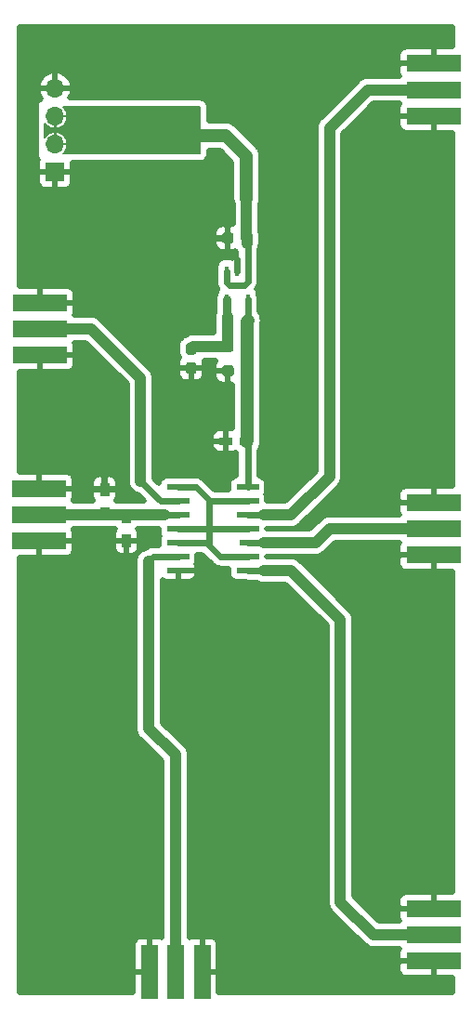
<source format=gbr>
G04 #@! TF.GenerationSoftware,KiCad,Pcbnew,(5.1.5)-3*
G04 #@! TF.CreationDate,2021-02-05T17:28:24+00:00*
G04 #@! TF.ProjectId,clock_dist,636c6f63-6b5f-4646-9973-742e6b696361,rev?*
G04 #@! TF.SameCoordinates,Original*
G04 #@! TF.FileFunction,Copper,L1,Top*
G04 #@! TF.FilePolarity,Positive*
%FSLAX46Y46*%
G04 Gerber Fmt 4.6, Leading zero omitted, Abs format (unit mm)*
G04 Created by KiCad (PCBNEW (5.1.5)-3) date 2021-02-05 17:28:24*
%MOMM*%
%LPD*%
G04 APERTURE LIST*
%ADD10R,1.200000X0.750000*%
%ADD11O,1.700000X1.700000*%
%ADD12R,1.700000X1.700000*%
%ADD13R,5.000000X1.500000*%
%ADD14R,1.500000X0.508000*%
%ADD15R,2.000000X0.508000*%
%ADD16R,0.900000X1.200000*%
%ADD17C,0.600000*%
%ADD18R,0.460000X0.949999*%
%ADD19R,1.500000X5.000000*%
%ADD20C,1.000000*%
%ADD21C,0.800000*%
%ADD22C,1.200000*%
%ADD23C,1.000000*%
%ADD24C,0.800000*%
%ADD25C,0.500000*%
%ADD26C,0.150000*%
G04 APERTURE END LIST*
D10*
X141050000Y-92000000D03*
X142950000Y-92000000D03*
D11*
X125500000Y-59880000D03*
X125500000Y-62420000D03*
X125500000Y-64960000D03*
D12*
X125500000Y-67500000D03*
D13*
X124000000Y-98730000D03*
X124000000Y-101130000D03*
X124000000Y-96330000D03*
X160000000Y-139400000D03*
X160000000Y-134600000D03*
X160000000Y-137000000D03*
X160000000Y-102400000D03*
X160000000Y-97600000D03*
X160000000Y-100000000D03*
X160000000Y-62400000D03*
X160000000Y-57600000D03*
X160000000Y-60000000D03*
D14*
X143048000Y-101270000D03*
D15*
X143048000Y-96190000D03*
X143048000Y-97460000D03*
X143048000Y-98730000D03*
X143048000Y-100000000D03*
X143048000Y-102540000D03*
X143048000Y-103810000D03*
X136698000Y-103810000D03*
X136698000Y-102540000D03*
X136698000Y-101270000D03*
X136698000Y-100000000D03*
X136698000Y-98730000D03*
X136698000Y-97460000D03*
X136698000Y-96190000D03*
D16*
X132000000Y-98900000D03*
X132000000Y-101100000D03*
X130000000Y-96400000D03*
X130000000Y-98600000D03*
G04 #@! TA.AperFunction,SMDPad,CuDef*
D17*
G36*
X143285779Y-73026144D02*
G01*
X143308834Y-73029563D01*
X143331443Y-73035227D01*
X143353387Y-73043079D01*
X143374457Y-73053044D01*
X143394448Y-73065026D01*
X143413168Y-73078910D01*
X143430438Y-73094562D01*
X143446090Y-73111832D01*
X143459974Y-73130552D01*
X143471956Y-73150543D01*
X143481921Y-73171613D01*
X143489773Y-73193557D01*
X143495437Y-73216166D01*
X143498856Y-73239221D01*
X143500000Y-73262500D01*
X143500000Y-73737500D01*
X143498856Y-73760779D01*
X143495437Y-73783834D01*
X143489773Y-73806443D01*
X143481921Y-73828387D01*
X143471956Y-73849457D01*
X143459974Y-73869448D01*
X143446090Y-73888168D01*
X143430438Y-73905438D01*
X143413168Y-73921090D01*
X143394448Y-73934974D01*
X143374457Y-73946956D01*
X143353387Y-73956921D01*
X143331443Y-73964773D01*
X143308834Y-73970437D01*
X143285779Y-73973856D01*
X143262500Y-73975000D01*
X142687500Y-73975000D01*
X142664221Y-73973856D01*
X142641166Y-73970437D01*
X142618557Y-73964773D01*
X142596613Y-73956921D01*
X142575543Y-73946956D01*
X142555552Y-73934974D01*
X142536832Y-73921090D01*
X142519562Y-73905438D01*
X142503910Y-73888168D01*
X142490026Y-73869448D01*
X142478044Y-73849457D01*
X142468079Y-73828387D01*
X142460227Y-73806443D01*
X142454563Y-73783834D01*
X142451144Y-73760779D01*
X142450000Y-73737500D01*
X142450000Y-73262500D01*
X142451144Y-73239221D01*
X142454563Y-73216166D01*
X142460227Y-73193557D01*
X142468079Y-73171613D01*
X142478044Y-73150543D01*
X142490026Y-73130552D01*
X142503910Y-73111832D01*
X142519562Y-73094562D01*
X142536832Y-73078910D01*
X142555552Y-73065026D01*
X142575543Y-73053044D01*
X142596613Y-73043079D01*
X142618557Y-73035227D01*
X142641166Y-73029563D01*
X142664221Y-73026144D01*
X142687500Y-73025000D01*
X143262500Y-73025000D01*
X143285779Y-73026144D01*
G37*
G04 #@! TD.AperFunction*
G04 #@! TA.AperFunction,SMDPad,CuDef*
G36*
X141535779Y-73026144D02*
G01*
X141558834Y-73029563D01*
X141581443Y-73035227D01*
X141603387Y-73043079D01*
X141624457Y-73053044D01*
X141644448Y-73065026D01*
X141663168Y-73078910D01*
X141680438Y-73094562D01*
X141696090Y-73111832D01*
X141709974Y-73130552D01*
X141721956Y-73150543D01*
X141731921Y-73171613D01*
X141739773Y-73193557D01*
X141745437Y-73216166D01*
X141748856Y-73239221D01*
X141750000Y-73262500D01*
X141750000Y-73737500D01*
X141748856Y-73760779D01*
X141745437Y-73783834D01*
X141739773Y-73806443D01*
X141731921Y-73828387D01*
X141721956Y-73849457D01*
X141709974Y-73869448D01*
X141696090Y-73888168D01*
X141680438Y-73905438D01*
X141663168Y-73921090D01*
X141644448Y-73934974D01*
X141624457Y-73946956D01*
X141603387Y-73956921D01*
X141581443Y-73964773D01*
X141558834Y-73970437D01*
X141535779Y-73973856D01*
X141512500Y-73975000D01*
X140937500Y-73975000D01*
X140914221Y-73973856D01*
X140891166Y-73970437D01*
X140868557Y-73964773D01*
X140846613Y-73956921D01*
X140825543Y-73946956D01*
X140805552Y-73934974D01*
X140786832Y-73921090D01*
X140769562Y-73905438D01*
X140753910Y-73888168D01*
X140740026Y-73869448D01*
X140728044Y-73849457D01*
X140718079Y-73828387D01*
X140710227Y-73806443D01*
X140704563Y-73783834D01*
X140701144Y-73760779D01*
X140700000Y-73737500D01*
X140700000Y-73262500D01*
X140701144Y-73239221D01*
X140704563Y-73216166D01*
X140710227Y-73193557D01*
X140718079Y-73171613D01*
X140728044Y-73150543D01*
X140740026Y-73130552D01*
X140753910Y-73111832D01*
X140769562Y-73094562D01*
X140786832Y-73078910D01*
X140805552Y-73065026D01*
X140825543Y-73053044D01*
X140846613Y-73043079D01*
X140868557Y-73035227D01*
X140891166Y-73029563D01*
X140914221Y-73026144D01*
X140937500Y-73025000D01*
X141512500Y-73025000D01*
X141535779Y-73026144D01*
G37*
G04 #@! TD.AperFunction*
G04 #@! TA.AperFunction,SMDPad,CuDef*
G36*
X141560779Y-85126144D02*
G01*
X141583834Y-85129563D01*
X141606443Y-85135227D01*
X141628387Y-85143079D01*
X141649457Y-85153044D01*
X141669448Y-85165026D01*
X141688168Y-85178910D01*
X141705438Y-85194562D01*
X141721090Y-85211832D01*
X141734974Y-85230552D01*
X141746956Y-85250543D01*
X141756921Y-85271613D01*
X141764773Y-85293557D01*
X141770437Y-85316166D01*
X141773856Y-85339221D01*
X141775000Y-85362500D01*
X141775000Y-85837500D01*
X141773856Y-85860779D01*
X141770437Y-85883834D01*
X141764773Y-85906443D01*
X141756921Y-85928387D01*
X141746956Y-85949457D01*
X141734974Y-85969448D01*
X141721090Y-85988168D01*
X141705438Y-86005438D01*
X141688168Y-86021090D01*
X141669448Y-86034974D01*
X141649457Y-86046956D01*
X141628387Y-86056921D01*
X141606443Y-86064773D01*
X141583834Y-86070437D01*
X141560779Y-86073856D01*
X141537500Y-86075000D01*
X140962500Y-86075000D01*
X140939221Y-86073856D01*
X140916166Y-86070437D01*
X140893557Y-86064773D01*
X140871613Y-86056921D01*
X140850543Y-86046956D01*
X140830552Y-86034974D01*
X140811832Y-86021090D01*
X140794562Y-86005438D01*
X140778910Y-85988168D01*
X140765026Y-85969448D01*
X140753044Y-85949457D01*
X140743079Y-85928387D01*
X140735227Y-85906443D01*
X140729563Y-85883834D01*
X140726144Y-85860779D01*
X140725000Y-85837500D01*
X140725000Y-85362500D01*
X140726144Y-85339221D01*
X140729563Y-85316166D01*
X140735227Y-85293557D01*
X140743079Y-85271613D01*
X140753044Y-85250543D01*
X140765026Y-85230552D01*
X140778910Y-85211832D01*
X140794562Y-85194562D01*
X140811832Y-85178910D01*
X140830552Y-85165026D01*
X140850543Y-85153044D01*
X140871613Y-85143079D01*
X140893557Y-85135227D01*
X140916166Y-85129563D01*
X140939221Y-85126144D01*
X140962500Y-85125000D01*
X141537500Y-85125000D01*
X141560779Y-85126144D01*
G37*
G04 #@! TD.AperFunction*
G04 #@! TA.AperFunction,SMDPad,CuDef*
G36*
X143310779Y-85126144D02*
G01*
X143333834Y-85129563D01*
X143356443Y-85135227D01*
X143378387Y-85143079D01*
X143399457Y-85153044D01*
X143419448Y-85165026D01*
X143438168Y-85178910D01*
X143455438Y-85194562D01*
X143471090Y-85211832D01*
X143484974Y-85230552D01*
X143496956Y-85250543D01*
X143506921Y-85271613D01*
X143514773Y-85293557D01*
X143520437Y-85316166D01*
X143523856Y-85339221D01*
X143525000Y-85362500D01*
X143525000Y-85837500D01*
X143523856Y-85860779D01*
X143520437Y-85883834D01*
X143514773Y-85906443D01*
X143506921Y-85928387D01*
X143496956Y-85949457D01*
X143484974Y-85969448D01*
X143471090Y-85988168D01*
X143455438Y-86005438D01*
X143438168Y-86021090D01*
X143419448Y-86034974D01*
X143399457Y-86046956D01*
X143378387Y-86056921D01*
X143356443Y-86064773D01*
X143333834Y-86070437D01*
X143310779Y-86073856D01*
X143287500Y-86075000D01*
X142712500Y-86075000D01*
X142689221Y-86073856D01*
X142666166Y-86070437D01*
X142643557Y-86064773D01*
X142621613Y-86056921D01*
X142600543Y-86046956D01*
X142580552Y-86034974D01*
X142561832Y-86021090D01*
X142544562Y-86005438D01*
X142528910Y-85988168D01*
X142515026Y-85969448D01*
X142503044Y-85949457D01*
X142493079Y-85928387D01*
X142485227Y-85906443D01*
X142479563Y-85883834D01*
X142476144Y-85860779D01*
X142475000Y-85837500D01*
X142475000Y-85362500D01*
X142476144Y-85339221D01*
X142479563Y-85316166D01*
X142485227Y-85293557D01*
X142493079Y-85271613D01*
X142503044Y-85250543D01*
X142515026Y-85230552D01*
X142528910Y-85211832D01*
X142544562Y-85194562D01*
X142561832Y-85178910D01*
X142580552Y-85165026D01*
X142600543Y-85153044D01*
X142621613Y-85143079D01*
X142643557Y-85135227D01*
X142666166Y-85129563D01*
X142689221Y-85126144D01*
X142712500Y-85125000D01*
X143287500Y-85125000D01*
X143310779Y-85126144D01*
G37*
G04 #@! TD.AperFunction*
G04 #@! TA.AperFunction,SMDPad,CuDef*
G36*
X138160779Y-84826144D02*
G01*
X138183834Y-84829563D01*
X138206443Y-84835227D01*
X138228387Y-84843079D01*
X138249457Y-84853044D01*
X138269448Y-84865026D01*
X138288168Y-84878910D01*
X138305438Y-84894562D01*
X138321090Y-84911832D01*
X138334974Y-84930552D01*
X138346956Y-84950543D01*
X138356921Y-84971613D01*
X138364773Y-84993557D01*
X138370437Y-85016166D01*
X138373856Y-85039221D01*
X138375000Y-85062500D01*
X138375000Y-85637500D01*
X138373856Y-85660779D01*
X138370437Y-85683834D01*
X138364773Y-85706443D01*
X138356921Y-85728387D01*
X138346956Y-85749457D01*
X138334974Y-85769448D01*
X138321090Y-85788168D01*
X138305438Y-85805438D01*
X138288168Y-85821090D01*
X138269448Y-85834974D01*
X138249457Y-85846956D01*
X138228387Y-85856921D01*
X138206443Y-85864773D01*
X138183834Y-85870437D01*
X138160779Y-85873856D01*
X138137500Y-85875000D01*
X137662500Y-85875000D01*
X137639221Y-85873856D01*
X137616166Y-85870437D01*
X137593557Y-85864773D01*
X137571613Y-85856921D01*
X137550543Y-85846956D01*
X137530552Y-85834974D01*
X137511832Y-85821090D01*
X137494562Y-85805438D01*
X137478910Y-85788168D01*
X137465026Y-85769448D01*
X137453044Y-85749457D01*
X137443079Y-85728387D01*
X137435227Y-85706443D01*
X137429563Y-85683834D01*
X137426144Y-85660779D01*
X137425000Y-85637500D01*
X137425000Y-85062500D01*
X137426144Y-85039221D01*
X137429563Y-85016166D01*
X137435227Y-84993557D01*
X137443079Y-84971613D01*
X137453044Y-84950543D01*
X137465026Y-84930552D01*
X137478910Y-84911832D01*
X137494562Y-84894562D01*
X137511832Y-84878910D01*
X137530552Y-84865026D01*
X137550543Y-84853044D01*
X137571613Y-84843079D01*
X137593557Y-84835227D01*
X137616166Y-84829563D01*
X137639221Y-84826144D01*
X137662500Y-84825000D01*
X138137500Y-84825000D01*
X138160779Y-84826144D01*
G37*
G04 #@! TD.AperFunction*
G04 #@! TA.AperFunction,SMDPad,CuDef*
G36*
X138160779Y-83076144D02*
G01*
X138183834Y-83079563D01*
X138206443Y-83085227D01*
X138228387Y-83093079D01*
X138249457Y-83103044D01*
X138269448Y-83115026D01*
X138288168Y-83128910D01*
X138305438Y-83144562D01*
X138321090Y-83161832D01*
X138334974Y-83180552D01*
X138346956Y-83200543D01*
X138356921Y-83221613D01*
X138364773Y-83243557D01*
X138370437Y-83266166D01*
X138373856Y-83289221D01*
X138375000Y-83312500D01*
X138375000Y-83887500D01*
X138373856Y-83910779D01*
X138370437Y-83933834D01*
X138364773Y-83956443D01*
X138356921Y-83978387D01*
X138346956Y-83999457D01*
X138334974Y-84019448D01*
X138321090Y-84038168D01*
X138305438Y-84055438D01*
X138288168Y-84071090D01*
X138269448Y-84084974D01*
X138249457Y-84096956D01*
X138228387Y-84106921D01*
X138206443Y-84114773D01*
X138183834Y-84120437D01*
X138160779Y-84123856D01*
X138137500Y-84125000D01*
X137662500Y-84125000D01*
X137639221Y-84123856D01*
X137616166Y-84120437D01*
X137593557Y-84114773D01*
X137571613Y-84106921D01*
X137550543Y-84096956D01*
X137530552Y-84084974D01*
X137511832Y-84071090D01*
X137494562Y-84055438D01*
X137478910Y-84038168D01*
X137465026Y-84019448D01*
X137453044Y-83999457D01*
X137443079Y-83978387D01*
X137435227Y-83956443D01*
X137429563Y-83933834D01*
X137426144Y-83910779D01*
X137425000Y-83887500D01*
X137425000Y-83312500D01*
X137426144Y-83289221D01*
X137429563Y-83266166D01*
X137435227Y-83243557D01*
X137443079Y-83221613D01*
X137453044Y-83200543D01*
X137465026Y-83180552D01*
X137478910Y-83161832D01*
X137494562Y-83144562D01*
X137511832Y-83128910D01*
X137530552Y-83115026D01*
X137550543Y-83103044D01*
X137571613Y-83093079D01*
X137593557Y-83085227D01*
X137616166Y-83079563D01*
X137639221Y-83076144D01*
X137662500Y-83075000D01*
X138137500Y-83075000D01*
X138160779Y-83076144D01*
G37*
G04 #@! TD.AperFunction*
G04 #@! TA.AperFunction,SMDPad,CuDef*
G36*
X143285779Y-82926144D02*
G01*
X143308834Y-82929563D01*
X143331443Y-82935227D01*
X143353387Y-82943079D01*
X143374457Y-82953044D01*
X143394448Y-82965026D01*
X143413168Y-82978910D01*
X143430438Y-82994562D01*
X143446090Y-83011832D01*
X143459974Y-83030552D01*
X143471956Y-83050543D01*
X143481921Y-83071613D01*
X143489773Y-83093557D01*
X143495437Y-83116166D01*
X143498856Y-83139221D01*
X143500000Y-83162500D01*
X143500000Y-83637500D01*
X143498856Y-83660779D01*
X143495437Y-83683834D01*
X143489773Y-83706443D01*
X143481921Y-83728387D01*
X143471956Y-83749457D01*
X143459974Y-83769448D01*
X143446090Y-83788168D01*
X143430438Y-83805438D01*
X143413168Y-83821090D01*
X143394448Y-83834974D01*
X143374457Y-83846956D01*
X143353387Y-83856921D01*
X143331443Y-83864773D01*
X143308834Y-83870437D01*
X143285779Y-83873856D01*
X143262500Y-83875000D01*
X142687500Y-83875000D01*
X142664221Y-83873856D01*
X142641166Y-83870437D01*
X142618557Y-83864773D01*
X142596613Y-83856921D01*
X142575543Y-83846956D01*
X142555552Y-83834974D01*
X142536832Y-83821090D01*
X142519562Y-83805438D01*
X142503910Y-83788168D01*
X142490026Y-83769448D01*
X142478044Y-83749457D01*
X142468079Y-83728387D01*
X142460227Y-83706443D01*
X142454563Y-83683834D01*
X142451144Y-83660779D01*
X142450000Y-83637500D01*
X142450000Y-83162500D01*
X142451144Y-83139221D01*
X142454563Y-83116166D01*
X142460227Y-83093557D01*
X142468079Y-83071613D01*
X142478044Y-83050543D01*
X142490026Y-83030552D01*
X142503910Y-83011832D01*
X142519562Y-82994562D01*
X142536832Y-82978910D01*
X142555552Y-82965026D01*
X142575543Y-82953044D01*
X142596613Y-82943079D01*
X142618557Y-82935227D01*
X142641166Y-82929563D01*
X142664221Y-82926144D01*
X142687500Y-82925000D01*
X143262500Y-82925000D01*
X143285779Y-82926144D01*
G37*
G04 #@! TD.AperFunction*
G04 #@! TA.AperFunction,SMDPad,CuDef*
G36*
X141535779Y-82926144D02*
G01*
X141558834Y-82929563D01*
X141581443Y-82935227D01*
X141603387Y-82943079D01*
X141624457Y-82953044D01*
X141644448Y-82965026D01*
X141663168Y-82978910D01*
X141680438Y-82994562D01*
X141696090Y-83011832D01*
X141709974Y-83030552D01*
X141721956Y-83050543D01*
X141731921Y-83071613D01*
X141739773Y-83093557D01*
X141745437Y-83116166D01*
X141748856Y-83139221D01*
X141750000Y-83162500D01*
X141750000Y-83637500D01*
X141748856Y-83660779D01*
X141745437Y-83683834D01*
X141739773Y-83706443D01*
X141731921Y-83728387D01*
X141721956Y-83749457D01*
X141709974Y-83769448D01*
X141696090Y-83788168D01*
X141680438Y-83805438D01*
X141663168Y-83821090D01*
X141644448Y-83834974D01*
X141624457Y-83846956D01*
X141603387Y-83856921D01*
X141581443Y-83864773D01*
X141558834Y-83870437D01*
X141535779Y-83873856D01*
X141512500Y-83875000D01*
X140937500Y-83875000D01*
X140914221Y-83873856D01*
X140891166Y-83870437D01*
X140868557Y-83864773D01*
X140846613Y-83856921D01*
X140825543Y-83846956D01*
X140805552Y-83834974D01*
X140786832Y-83821090D01*
X140769562Y-83805438D01*
X140753910Y-83788168D01*
X140740026Y-83769448D01*
X140728044Y-83749457D01*
X140718079Y-83728387D01*
X140710227Y-83706443D01*
X140704563Y-83683834D01*
X140701144Y-83660779D01*
X140700000Y-83637500D01*
X140700000Y-83162500D01*
X140701144Y-83139221D01*
X140704563Y-83116166D01*
X140710227Y-83093557D01*
X140718079Y-83071613D01*
X140728044Y-83050543D01*
X140740026Y-83030552D01*
X140753910Y-83011832D01*
X140769562Y-82994562D01*
X140786832Y-82978910D01*
X140805552Y-82965026D01*
X140825543Y-82953044D01*
X140846613Y-82943079D01*
X140868557Y-82935227D01*
X140891166Y-82929563D01*
X140914221Y-82926144D01*
X140937500Y-82925000D01*
X141512500Y-82925000D01*
X141535779Y-82926144D01*
G37*
G04 #@! TD.AperFunction*
D18*
X143050001Y-76525001D03*
X142100000Y-76525001D03*
X141149999Y-76525001D03*
X141149999Y-79074999D03*
X143050001Y-79074999D03*
D19*
X136500000Y-140400000D03*
X134100000Y-140400000D03*
X138900000Y-140400000D03*
D13*
X124100000Y-81800000D03*
X124100000Y-79400000D03*
X124100000Y-84200000D03*
D20*
X161000000Y-65000000D03*
X161000000Y-55000000D03*
X158500000Y-55000000D03*
X123500000Y-55000000D03*
X127000000Y-55000000D03*
X123500000Y-71500000D03*
X127000000Y-71500000D03*
X134000000Y-56000000D03*
X143000000Y-56000000D03*
X123000000Y-92500000D03*
X125500000Y-92500000D03*
X161000000Y-141500000D03*
X125500000Y-105000000D03*
X158500000Y-95000000D03*
X161000000Y-105000000D03*
X158500000Y-105000000D03*
X161000000Y-95000000D03*
X161000000Y-132000000D03*
X158000000Y-132000000D03*
X158000000Y-141500000D03*
X138800000Y-92000000D03*
X132000000Y-103200000D03*
X130000000Y-94000000D03*
X136500000Y-106000000D03*
X158000000Y-65000000D03*
X139200000Y-73500000D03*
X138700000Y-75100000D03*
X138000000Y-86900000D03*
X141200000Y-87100000D03*
D21*
X131500000Y-142000000D03*
X131500000Y-139400000D03*
X141000000Y-139400000D03*
X141000000Y-142000000D03*
X123724999Y-57700000D03*
X123724999Y-74200000D03*
X123724999Y-86300000D03*
X123724999Y-102800000D03*
X123724999Y-107200000D03*
X123724999Y-111600000D03*
X123724999Y-116000000D03*
X123724999Y-120400000D03*
X123724999Y-124800000D03*
X123724999Y-129200000D03*
X123724999Y-133600000D03*
X123724999Y-138000000D03*
X128124999Y-57700000D03*
X128124999Y-67600000D03*
X128124999Y-74200000D03*
X128124999Y-78600000D03*
X128124999Y-84100000D03*
X128124999Y-88500000D03*
X128124999Y-96200000D03*
X128124999Y-100600000D03*
X128124999Y-105000000D03*
X128124999Y-109400000D03*
X128124999Y-113800000D03*
X128124999Y-118200000D03*
X128124999Y-122600000D03*
X128124999Y-127000000D03*
X128124999Y-131400000D03*
X128124999Y-135800000D03*
X128124999Y-140200000D03*
X132524999Y-58800000D03*
X132524999Y-67600000D03*
X132524999Y-72000000D03*
X132524999Y-76400000D03*
X132524999Y-80800000D03*
X132524999Y-106100000D03*
X132524999Y-110500000D03*
X132524999Y-114900000D03*
X132524999Y-119300000D03*
X132524999Y-123700000D03*
X132524999Y-128100000D03*
X132524999Y-132500000D03*
X132524999Y-136900000D03*
X133624999Y-100600000D03*
X134724999Y-85200000D03*
X134724999Y-89600000D03*
X134724999Y-94000000D03*
X136924999Y-55500000D03*
X136924999Y-59900000D03*
X136924999Y-67600000D03*
X136924999Y-72000000D03*
X136924999Y-77500000D03*
X136924999Y-108300000D03*
X136924999Y-112700000D03*
X136924999Y-117100000D03*
X138024999Y-121500000D03*
X138024999Y-125900000D03*
X138024999Y-130300000D03*
X138024999Y-134700000D03*
X139124999Y-81900000D03*
X139124999Y-89600000D03*
X139124999Y-94000000D03*
X139124999Y-103900000D03*
X141324999Y-58800000D03*
X141324999Y-67600000D03*
X141324999Y-72000000D03*
X141324999Y-108300000D03*
X141324999Y-112700000D03*
X141324999Y-117100000D03*
X142424999Y-121500000D03*
X142424999Y-125900000D03*
X142424999Y-130300000D03*
X142424999Y-134700000D03*
X143524999Y-63200000D03*
X143524999Y-139100000D03*
X144624999Y-76400000D03*
X144624999Y-80800000D03*
X144624999Y-85200000D03*
X144624999Y-89600000D03*
X144624999Y-94000000D03*
X145724999Y-55500000D03*
X145724999Y-67600000D03*
X145724999Y-72000000D03*
X145724999Y-106100000D03*
X145724999Y-110500000D03*
X145724999Y-114900000D03*
X146824999Y-119300000D03*
X146824999Y-123700000D03*
X146824999Y-128100000D03*
X146824999Y-132500000D03*
X147924999Y-59900000D03*
X147924999Y-136900000D03*
X147924999Y-141300000D03*
X149024999Y-76400000D03*
X149024999Y-80800000D03*
X149024999Y-85200000D03*
X149024999Y-89600000D03*
X150124999Y-55500000D03*
X150124999Y-102800000D03*
X151224999Y-98400000D03*
X152324999Y-65400000D03*
X152324999Y-69800000D03*
X152324999Y-94000000D03*
X152324999Y-138000000D03*
X153424999Y-74200000D03*
X153424999Y-78600000D03*
X153424999Y-83000000D03*
X153424999Y-87400000D03*
X153424999Y-107200000D03*
X153424999Y-111600000D03*
X153424999Y-116000000D03*
X153424999Y-120400000D03*
X153424999Y-124800000D03*
X153424999Y-129200000D03*
X154524999Y-55500000D03*
X154524999Y-102800000D03*
X154524999Y-133600000D03*
X155624999Y-98400000D03*
X156724999Y-67600000D03*
X156724999Y-91800000D03*
X157824999Y-72000000D03*
X157824999Y-76400000D03*
X157824999Y-80800000D03*
X157824999Y-85200000D03*
X157824999Y-107200000D03*
X157824999Y-111600000D03*
X157824999Y-116000000D03*
X157824999Y-120400000D03*
X157824999Y-124800000D03*
X157824999Y-129200000D03*
D17*
X141600000Y-75100000D02*
X139500000Y-75100000D01*
X141225000Y-73500000D02*
X139200000Y-73500000D01*
X142100000Y-75450002D02*
X141749998Y-75100000D01*
X141749998Y-75100000D02*
X141600000Y-75100000D01*
X142100000Y-76525001D02*
X142100000Y-75450002D01*
D22*
X142950000Y-66074998D02*
X142950000Y-69950000D01*
X141075001Y-64199999D02*
X142950000Y-66074998D01*
X138525001Y-64199999D02*
X141075001Y-64199999D01*
D23*
X142950000Y-73475000D02*
X142975000Y-73500000D01*
X142950000Y-69950000D02*
X142950000Y-73475000D01*
X142975000Y-73500000D02*
X142975000Y-74000000D01*
D17*
X143050001Y-76525001D02*
X143050001Y-74000000D01*
X141149999Y-77549999D02*
X141149999Y-76525001D01*
X142700000Y-77800000D02*
X141400000Y-77800000D01*
X141400000Y-77800000D02*
X141149999Y-77549999D01*
X143050001Y-76525001D02*
X143050001Y-77449999D01*
X143050001Y-77449999D02*
X142700000Y-77800000D01*
D23*
X135500000Y-98730000D02*
X124000000Y-98730000D01*
D17*
X136698000Y-98730000D02*
X135500000Y-98730000D01*
X143048000Y-103810000D02*
X144500000Y-103810000D01*
D23*
X147000000Y-103810000D02*
X144500000Y-103810000D01*
X151500000Y-134000000D02*
X151500000Y-108310000D01*
X151500000Y-108310000D02*
X147000000Y-103810000D01*
X160000000Y-137000000D02*
X154500000Y-137000000D01*
X154500000Y-137000000D02*
X151500000Y-134000000D01*
D17*
X143048000Y-101270000D02*
X144500000Y-101270000D01*
D23*
X150500000Y-100000000D02*
X160000000Y-100000000D01*
X144500000Y-101270000D02*
X149230000Y-101270000D01*
X149230000Y-101270000D02*
X150500000Y-100000000D01*
X144500000Y-98730000D02*
X147000000Y-98730000D01*
D17*
X143048000Y-98730000D02*
X144500000Y-98730000D01*
D23*
X160000000Y-60000000D02*
X154000000Y-60000000D01*
X154000000Y-60000000D02*
X150500000Y-63500000D01*
X150500000Y-95230000D02*
X147000000Y-98730000D01*
X150500000Y-63500000D02*
X150500000Y-95230000D01*
D17*
X143048000Y-92098000D02*
X142950000Y-92000000D01*
X143048000Y-96190000D02*
X143048000Y-92098000D01*
D22*
X142975000Y-85575000D02*
X143000000Y-85600000D01*
X142975000Y-83400000D02*
X142975000Y-85575000D01*
X143000000Y-91950000D02*
X142950000Y-92000000D01*
X143000000Y-85600000D02*
X143000000Y-91950000D01*
X142975000Y-81125000D02*
X143050001Y-81049999D01*
D17*
X143050001Y-79074999D02*
X143050001Y-81049999D01*
D22*
X142975000Y-83400000D02*
X142975000Y-81125000D01*
D17*
X143050001Y-81049999D02*
X143050001Y-83149999D01*
X141225000Y-79150000D02*
X141149999Y-79074999D01*
D23*
X138100000Y-83400000D02*
X137900000Y-83600000D01*
X141225000Y-83400000D02*
X138100000Y-83400000D01*
X141225000Y-82925000D02*
X141200000Y-82900000D01*
X141225000Y-83400000D02*
X141225000Y-82925000D01*
X141200000Y-82900000D02*
X141200000Y-80700000D01*
D24*
X141149999Y-80649999D02*
X141200000Y-80700000D01*
X141149999Y-79074999D02*
X141149999Y-80649999D01*
D23*
X134000000Y-103000000D02*
X134000000Y-118197070D01*
D17*
X134460000Y-102540000D02*
X134000000Y-103000000D01*
X136698000Y-102540000D02*
X134460000Y-102540000D01*
D23*
X136500000Y-140400000D02*
X136500000Y-120600000D01*
X134000000Y-118197070D02*
X136500000Y-120600000D01*
X136500000Y-120600000D02*
X136500000Y-120697070D01*
D17*
X135098000Y-97460000D02*
X133300000Y-95662000D01*
X136698000Y-97460000D02*
X135098000Y-97460000D01*
D23*
X128800000Y-81800000D02*
X133300000Y-86300000D01*
X124100000Y-81800000D02*
X128800000Y-81800000D01*
X133300000Y-95662000D02*
X133300000Y-86300000D01*
D17*
X136698000Y-100000000D02*
X137869500Y-100000000D01*
X139500000Y-98500000D02*
X139500000Y-100000000D01*
X137869500Y-100000000D02*
X139500000Y-100000000D01*
X139500000Y-100000000D02*
X143048000Y-100000000D01*
X143048000Y-102540000D02*
X140540000Y-102540000D01*
X139500000Y-101500000D02*
X139500000Y-100000000D01*
X140540000Y-102540000D02*
X139500000Y-101500000D01*
X136698000Y-96190000D02*
X138298000Y-96190000D01*
X139500000Y-97392000D02*
X138298000Y-96190000D01*
X139500000Y-98500000D02*
X139500000Y-97392000D01*
X139568000Y-97460000D02*
X139500000Y-97392000D01*
X143048000Y-97460000D02*
X139568000Y-97460000D01*
X139500000Y-101200000D02*
X139500000Y-101500000D01*
X139430000Y-101270000D02*
X139500000Y-101200000D01*
X136698000Y-101270000D02*
X139430000Y-101270000D01*
D25*
G36*
X139755128Y-103251366D02*
G01*
X139788261Y-103291739D01*
X139949363Y-103423951D01*
X140133162Y-103522194D01*
X140272098Y-103564339D01*
X140332595Y-103582691D01*
X140539999Y-103603119D01*
X140591972Y-103598000D01*
X141286333Y-103598000D01*
X141286333Y-104064000D01*
X141300968Y-104212594D01*
X141344311Y-104355477D01*
X141414697Y-104487160D01*
X141509420Y-104602580D01*
X141624840Y-104697303D01*
X141756523Y-104767689D01*
X141899406Y-104811032D01*
X142048000Y-104825667D01*
X142751509Y-104825667D01*
X142840596Y-104852691D01*
X142996027Y-104868000D01*
X143810715Y-104868000D01*
X144016255Y-104977863D01*
X144253389Y-105049797D01*
X144438208Y-105068000D01*
X146478921Y-105068000D01*
X150242001Y-108831081D01*
X150242000Y-133938208D01*
X150235914Y-134000000D01*
X150242000Y-134061791D01*
X150260203Y-134246610D01*
X150332137Y-134483744D01*
X150448951Y-134702288D01*
X150606156Y-134893844D01*
X150654164Y-134933243D01*
X153566765Y-137845846D01*
X153606156Y-137893844D01*
X153654153Y-137933234D01*
X153797711Y-138051049D01*
X154016255Y-138167863D01*
X154253389Y-138239797D01*
X154500000Y-138264086D01*
X154561792Y-138258000D01*
X156850041Y-138258000D01*
X156796311Y-138358522D01*
X156752967Y-138501406D01*
X156738332Y-138650000D01*
X156742000Y-139206500D01*
X156931500Y-139396000D01*
X159996000Y-139396000D01*
X159996000Y-139376000D01*
X160004000Y-139376000D01*
X160004000Y-139396000D01*
X160024000Y-139396000D01*
X160024000Y-139404000D01*
X160004000Y-139404000D01*
X160004000Y-140718500D01*
X160193500Y-140908000D01*
X161717001Y-140910423D01*
X161717001Y-142217000D01*
X140410582Y-142217000D01*
X140408000Y-140593500D01*
X140218500Y-140404000D01*
X138904000Y-140404000D01*
X138904000Y-140424000D01*
X138896000Y-140424000D01*
X138896000Y-140404000D01*
X138876000Y-140404000D01*
X138876000Y-140396000D01*
X138896000Y-140396000D01*
X138896000Y-137331500D01*
X138904000Y-137331500D01*
X138904000Y-140396000D01*
X140218500Y-140396000D01*
X140408000Y-140206500D01*
X140408089Y-140150000D01*
X156738332Y-140150000D01*
X156752967Y-140298594D01*
X156796311Y-140441478D01*
X156866696Y-140573160D01*
X156961419Y-140688581D01*
X157076840Y-140783304D01*
X157208522Y-140853689D01*
X157351406Y-140897033D01*
X157500000Y-140911668D01*
X159806500Y-140908000D01*
X159996000Y-140718500D01*
X159996000Y-139404000D01*
X156931500Y-139404000D01*
X156742000Y-139593500D01*
X156738332Y-140150000D01*
X140408089Y-140150000D01*
X140411668Y-137900000D01*
X140397033Y-137751406D01*
X140353689Y-137608522D01*
X140283304Y-137476840D01*
X140188581Y-137361419D01*
X140073160Y-137266696D01*
X139941478Y-137196311D01*
X139798594Y-137152967D01*
X139650000Y-137138332D01*
X139093500Y-137142000D01*
X138904000Y-137331500D01*
X138896000Y-137331500D01*
X138706500Y-137142000D01*
X138150000Y-137138332D01*
X138001406Y-137152967D01*
X137858522Y-137196311D01*
X137758000Y-137250041D01*
X137758000Y-120649308D01*
X137763838Y-120574977D01*
X137750723Y-120464319D01*
X137739797Y-120353389D01*
X137736150Y-120341367D01*
X137734672Y-120328896D01*
X137700222Y-120222929D01*
X137667863Y-120116255D01*
X137661941Y-120105175D01*
X137658058Y-120093232D01*
X137603594Y-119996016D01*
X137551049Y-119897711D01*
X137543080Y-119888000D01*
X137536941Y-119877043D01*
X137464554Y-119792317D01*
X137393844Y-119706156D01*
X137336203Y-119658851D01*
X135258000Y-117661341D01*
X135258000Y-104683484D01*
X135274840Y-104697304D01*
X135406522Y-104767689D01*
X135549406Y-104811033D01*
X135698000Y-104825668D01*
X136504500Y-104822000D01*
X136694000Y-104632500D01*
X136694000Y-103814000D01*
X136702000Y-103814000D01*
X136702000Y-104632500D01*
X136891500Y-104822000D01*
X137698000Y-104825668D01*
X137846594Y-104811033D01*
X137989478Y-104767689D01*
X138121160Y-104697304D01*
X138236581Y-104602581D01*
X138331304Y-104487160D01*
X138401689Y-104355478D01*
X138445033Y-104212594D01*
X138459668Y-104064000D01*
X138456000Y-104003500D01*
X138266500Y-103814000D01*
X136702000Y-103814000D01*
X136694000Y-103814000D01*
X136674000Y-103814000D01*
X136674000Y-103806000D01*
X136694000Y-103806000D01*
X136694000Y-103786000D01*
X136702000Y-103786000D01*
X136702000Y-103806000D01*
X138266500Y-103806000D01*
X138456000Y-103616500D01*
X138459668Y-103556000D01*
X138445033Y-103407406D01*
X138401689Y-103264522D01*
X138353838Y-103174999D01*
X138401689Y-103085477D01*
X138445032Y-102942594D01*
X138459667Y-102794000D01*
X138459667Y-102328000D01*
X138831763Y-102328000D01*
X139755128Y-103251366D01*
G37*
X139755128Y-103251366D02*
X139788261Y-103291739D01*
X139949363Y-103423951D01*
X140133162Y-103522194D01*
X140272098Y-103564339D01*
X140332595Y-103582691D01*
X140539999Y-103603119D01*
X140591972Y-103598000D01*
X141286333Y-103598000D01*
X141286333Y-104064000D01*
X141300968Y-104212594D01*
X141344311Y-104355477D01*
X141414697Y-104487160D01*
X141509420Y-104602580D01*
X141624840Y-104697303D01*
X141756523Y-104767689D01*
X141899406Y-104811032D01*
X142048000Y-104825667D01*
X142751509Y-104825667D01*
X142840596Y-104852691D01*
X142996027Y-104868000D01*
X143810715Y-104868000D01*
X144016255Y-104977863D01*
X144253389Y-105049797D01*
X144438208Y-105068000D01*
X146478921Y-105068000D01*
X150242001Y-108831081D01*
X150242000Y-133938208D01*
X150235914Y-134000000D01*
X150242000Y-134061791D01*
X150260203Y-134246610D01*
X150332137Y-134483744D01*
X150448951Y-134702288D01*
X150606156Y-134893844D01*
X150654164Y-134933243D01*
X153566765Y-137845846D01*
X153606156Y-137893844D01*
X153654153Y-137933234D01*
X153797711Y-138051049D01*
X154016255Y-138167863D01*
X154253389Y-138239797D01*
X154500000Y-138264086D01*
X154561792Y-138258000D01*
X156850041Y-138258000D01*
X156796311Y-138358522D01*
X156752967Y-138501406D01*
X156738332Y-138650000D01*
X156742000Y-139206500D01*
X156931500Y-139396000D01*
X159996000Y-139396000D01*
X159996000Y-139376000D01*
X160004000Y-139376000D01*
X160004000Y-139396000D01*
X160024000Y-139396000D01*
X160024000Y-139404000D01*
X160004000Y-139404000D01*
X160004000Y-140718500D01*
X160193500Y-140908000D01*
X161717001Y-140910423D01*
X161717001Y-142217000D01*
X140410582Y-142217000D01*
X140408000Y-140593500D01*
X140218500Y-140404000D01*
X138904000Y-140404000D01*
X138904000Y-140424000D01*
X138896000Y-140424000D01*
X138896000Y-140404000D01*
X138876000Y-140404000D01*
X138876000Y-140396000D01*
X138896000Y-140396000D01*
X138896000Y-137331500D01*
X138904000Y-137331500D01*
X138904000Y-140396000D01*
X140218500Y-140396000D01*
X140408000Y-140206500D01*
X140408089Y-140150000D01*
X156738332Y-140150000D01*
X156752967Y-140298594D01*
X156796311Y-140441478D01*
X156866696Y-140573160D01*
X156961419Y-140688581D01*
X157076840Y-140783304D01*
X157208522Y-140853689D01*
X157351406Y-140897033D01*
X157500000Y-140911668D01*
X159806500Y-140908000D01*
X159996000Y-140718500D01*
X159996000Y-139404000D01*
X156931500Y-139404000D01*
X156742000Y-139593500D01*
X156738332Y-140150000D01*
X140408089Y-140150000D01*
X140411668Y-137900000D01*
X140397033Y-137751406D01*
X140353689Y-137608522D01*
X140283304Y-137476840D01*
X140188581Y-137361419D01*
X140073160Y-137266696D01*
X139941478Y-137196311D01*
X139798594Y-137152967D01*
X139650000Y-137138332D01*
X139093500Y-137142000D01*
X138904000Y-137331500D01*
X138896000Y-137331500D01*
X138706500Y-137142000D01*
X138150000Y-137138332D01*
X138001406Y-137152967D01*
X137858522Y-137196311D01*
X137758000Y-137250041D01*
X137758000Y-120649308D01*
X137763838Y-120574977D01*
X137750723Y-120464319D01*
X137739797Y-120353389D01*
X137736150Y-120341367D01*
X137734672Y-120328896D01*
X137700222Y-120222929D01*
X137667863Y-120116255D01*
X137661941Y-120105175D01*
X137658058Y-120093232D01*
X137603594Y-119996016D01*
X137551049Y-119897711D01*
X137543080Y-119888000D01*
X137536941Y-119877043D01*
X137464554Y-119792317D01*
X137393844Y-119706156D01*
X137336203Y-119658851D01*
X135258000Y-117661341D01*
X135258000Y-104683484D01*
X135274840Y-104697304D01*
X135406522Y-104767689D01*
X135549406Y-104811033D01*
X135698000Y-104825668D01*
X136504500Y-104822000D01*
X136694000Y-104632500D01*
X136694000Y-103814000D01*
X136702000Y-103814000D01*
X136702000Y-104632500D01*
X136891500Y-104822000D01*
X137698000Y-104825668D01*
X137846594Y-104811033D01*
X137989478Y-104767689D01*
X138121160Y-104697304D01*
X138236581Y-104602581D01*
X138331304Y-104487160D01*
X138401689Y-104355478D01*
X138445033Y-104212594D01*
X138459668Y-104064000D01*
X138456000Y-104003500D01*
X138266500Y-103814000D01*
X136702000Y-103814000D01*
X136694000Y-103814000D01*
X136674000Y-103814000D01*
X136674000Y-103806000D01*
X136694000Y-103806000D01*
X136694000Y-103786000D01*
X136702000Y-103786000D01*
X136702000Y-103806000D01*
X138266500Y-103806000D01*
X138456000Y-103616500D01*
X138459668Y-103556000D01*
X138445033Y-103407406D01*
X138401689Y-103264522D01*
X138353838Y-103174999D01*
X138401689Y-103085477D01*
X138445032Y-102942594D01*
X138459667Y-102794000D01*
X138459667Y-102328000D01*
X138831763Y-102328000D01*
X139755128Y-103251366D01*
G36*
X130979757Y-99999999D02*
G01*
X130916696Y-100076840D01*
X130846311Y-100208522D01*
X130802967Y-100351406D01*
X130788332Y-100500000D01*
X130792000Y-100906500D01*
X130981500Y-101096000D01*
X131996000Y-101096000D01*
X131996000Y-101076000D01*
X132004000Y-101076000D01*
X132004000Y-101096000D01*
X133018500Y-101096000D01*
X133208000Y-100906500D01*
X133211668Y-100500000D01*
X133197033Y-100351406D01*
X133153689Y-100208522D01*
X133083304Y-100076840D01*
X133020243Y-99999999D01*
X133030090Y-99988000D01*
X134936333Y-99988000D01*
X134936333Y-100254000D01*
X134950968Y-100402594D01*
X134994311Y-100545477D01*
X135042162Y-100635000D01*
X134994311Y-100724523D01*
X134950968Y-100867406D01*
X134936333Y-101016000D01*
X134936333Y-101482000D01*
X134511972Y-101482000D01*
X134459999Y-101476881D01*
X134252595Y-101497309D01*
X134192098Y-101515661D01*
X134053162Y-101557806D01*
X133869363Y-101656049D01*
X133736036Y-101765467D01*
X133516255Y-101832137D01*
X133297711Y-101948951D01*
X133106156Y-102106156D01*
X132948951Y-102297712D01*
X132832137Y-102516256D01*
X132760203Y-102753390D01*
X132742000Y-102938209D01*
X132742001Y-118147748D01*
X132736162Y-118222091D01*
X132749282Y-118332792D01*
X132760204Y-118443681D01*
X132763850Y-118455699D01*
X132765328Y-118468173D01*
X132799786Y-118574166D01*
X132832138Y-118680815D01*
X132838059Y-118691893D01*
X132841942Y-118703836D01*
X132896405Y-118801050D01*
X132948952Y-118899359D01*
X132956922Y-118909070D01*
X132963059Y-118920025D01*
X133035429Y-119004732D01*
X133106157Y-119090914D01*
X133163805Y-119138224D01*
X135242001Y-121135729D01*
X135242000Y-137250041D01*
X135141478Y-137196311D01*
X134998594Y-137152967D01*
X134850000Y-137138332D01*
X134293500Y-137142000D01*
X134104000Y-137331500D01*
X134104000Y-140396000D01*
X134124000Y-140396000D01*
X134124000Y-140404000D01*
X134104000Y-140404000D01*
X134104000Y-140424000D01*
X134096000Y-140424000D01*
X134096000Y-140404000D01*
X132781500Y-140404000D01*
X132592000Y-140593500D01*
X132589418Y-142217000D01*
X122283000Y-142217000D01*
X122283000Y-137900000D01*
X132588332Y-137900000D01*
X132592000Y-140206500D01*
X132781500Y-140396000D01*
X134096000Y-140396000D01*
X134096000Y-137331500D01*
X133906500Y-137142000D01*
X133350000Y-137138332D01*
X133201406Y-137152967D01*
X133058522Y-137196311D01*
X132926840Y-137266696D01*
X132811419Y-137361419D01*
X132716696Y-137476840D01*
X132646311Y-137608522D01*
X132602967Y-137751406D01*
X132588332Y-137900000D01*
X122283000Y-137900000D01*
X122283000Y-102640423D01*
X123806500Y-102638000D01*
X123996000Y-102448500D01*
X123996000Y-101134000D01*
X124004000Y-101134000D01*
X124004000Y-102448500D01*
X124193500Y-102638000D01*
X126500000Y-102641668D01*
X126648594Y-102627033D01*
X126791478Y-102583689D01*
X126923160Y-102513304D01*
X127038581Y-102418581D01*
X127133304Y-102303160D01*
X127203689Y-102171478D01*
X127247033Y-102028594D01*
X127261668Y-101880000D01*
X127260482Y-101700000D01*
X130788332Y-101700000D01*
X130802967Y-101848594D01*
X130846311Y-101991478D01*
X130916696Y-102123160D01*
X131011419Y-102238581D01*
X131126840Y-102333304D01*
X131258522Y-102403689D01*
X131401406Y-102447033D01*
X131550000Y-102461668D01*
X131806500Y-102458000D01*
X131996000Y-102268500D01*
X131996000Y-101104000D01*
X132004000Y-101104000D01*
X132004000Y-102268500D01*
X132193500Y-102458000D01*
X132450000Y-102461668D01*
X132598594Y-102447033D01*
X132741478Y-102403689D01*
X132873160Y-102333304D01*
X132988581Y-102238581D01*
X133083304Y-102123160D01*
X133153689Y-101991478D01*
X133197033Y-101848594D01*
X133211668Y-101700000D01*
X133208000Y-101293500D01*
X133018500Y-101104000D01*
X132004000Y-101104000D01*
X131996000Y-101104000D01*
X130981500Y-101104000D01*
X130792000Y-101293500D01*
X130788332Y-101700000D01*
X127260482Y-101700000D01*
X127258000Y-101323500D01*
X127068500Y-101134000D01*
X124004000Y-101134000D01*
X123996000Y-101134000D01*
X123976000Y-101134000D01*
X123976000Y-101126000D01*
X123996000Y-101126000D01*
X123996000Y-101106000D01*
X124004000Y-101106000D01*
X124004000Y-101126000D01*
X127068500Y-101126000D01*
X127258000Y-100936500D01*
X127261668Y-100380000D01*
X127247033Y-100231406D01*
X127203689Y-100088522D01*
X127149959Y-99988000D01*
X130969910Y-99988000D01*
X130979757Y-99999999D01*
G37*
X130979757Y-99999999D02*
X130916696Y-100076840D01*
X130846311Y-100208522D01*
X130802967Y-100351406D01*
X130788332Y-100500000D01*
X130792000Y-100906500D01*
X130981500Y-101096000D01*
X131996000Y-101096000D01*
X131996000Y-101076000D01*
X132004000Y-101076000D01*
X132004000Y-101096000D01*
X133018500Y-101096000D01*
X133208000Y-100906500D01*
X133211668Y-100500000D01*
X133197033Y-100351406D01*
X133153689Y-100208522D01*
X133083304Y-100076840D01*
X133020243Y-99999999D01*
X133030090Y-99988000D01*
X134936333Y-99988000D01*
X134936333Y-100254000D01*
X134950968Y-100402594D01*
X134994311Y-100545477D01*
X135042162Y-100635000D01*
X134994311Y-100724523D01*
X134950968Y-100867406D01*
X134936333Y-101016000D01*
X134936333Y-101482000D01*
X134511972Y-101482000D01*
X134459999Y-101476881D01*
X134252595Y-101497309D01*
X134192098Y-101515661D01*
X134053162Y-101557806D01*
X133869363Y-101656049D01*
X133736036Y-101765467D01*
X133516255Y-101832137D01*
X133297711Y-101948951D01*
X133106156Y-102106156D01*
X132948951Y-102297712D01*
X132832137Y-102516256D01*
X132760203Y-102753390D01*
X132742000Y-102938209D01*
X132742001Y-118147748D01*
X132736162Y-118222091D01*
X132749282Y-118332792D01*
X132760204Y-118443681D01*
X132763850Y-118455699D01*
X132765328Y-118468173D01*
X132799786Y-118574166D01*
X132832138Y-118680815D01*
X132838059Y-118691893D01*
X132841942Y-118703836D01*
X132896405Y-118801050D01*
X132948952Y-118899359D01*
X132956922Y-118909070D01*
X132963059Y-118920025D01*
X133035429Y-119004732D01*
X133106157Y-119090914D01*
X133163805Y-119138224D01*
X135242001Y-121135729D01*
X135242000Y-137250041D01*
X135141478Y-137196311D01*
X134998594Y-137152967D01*
X134850000Y-137138332D01*
X134293500Y-137142000D01*
X134104000Y-137331500D01*
X134104000Y-140396000D01*
X134124000Y-140396000D01*
X134124000Y-140404000D01*
X134104000Y-140404000D01*
X134104000Y-140424000D01*
X134096000Y-140424000D01*
X134096000Y-140404000D01*
X132781500Y-140404000D01*
X132592000Y-140593500D01*
X132589418Y-142217000D01*
X122283000Y-142217000D01*
X122283000Y-137900000D01*
X132588332Y-137900000D01*
X132592000Y-140206500D01*
X132781500Y-140396000D01*
X134096000Y-140396000D01*
X134096000Y-137331500D01*
X133906500Y-137142000D01*
X133350000Y-137138332D01*
X133201406Y-137152967D01*
X133058522Y-137196311D01*
X132926840Y-137266696D01*
X132811419Y-137361419D01*
X132716696Y-137476840D01*
X132646311Y-137608522D01*
X132602967Y-137751406D01*
X132588332Y-137900000D01*
X122283000Y-137900000D01*
X122283000Y-102640423D01*
X123806500Y-102638000D01*
X123996000Y-102448500D01*
X123996000Y-101134000D01*
X124004000Y-101134000D01*
X124004000Y-102448500D01*
X124193500Y-102638000D01*
X126500000Y-102641668D01*
X126648594Y-102627033D01*
X126791478Y-102583689D01*
X126923160Y-102513304D01*
X127038581Y-102418581D01*
X127133304Y-102303160D01*
X127203689Y-102171478D01*
X127247033Y-102028594D01*
X127261668Y-101880000D01*
X127260482Y-101700000D01*
X130788332Y-101700000D01*
X130802967Y-101848594D01*
X130846311Y-101991478D01*
X130916696Y-102123160D01*
X131011419Y-102238581D01*
X131126840Y-102333304D01*
X131258522Y-102403689D01*
X131401406Y-102447033D01*
X131550000Y-102461668D01*
X131806500Y-102458000D01*
X131996000Y-102268500D01*
X131996000Y-101104000D01*
X132004000Y-101104000D01*
X132004000Y-102268500D01*
X132193500Y-102458000D01*
X132450000Y-102461668D01*
X132598594Y-102447033D01*
X132741478Y-102403689D01*
X132873160Y-102333304D01*
X132988581Y-102238581D01*
X133083304Y-102123160D01*
X133153689Y-101991478D01*
X133197033Y-101848594D01*
X133211668Y-101700000D01*
X133208000Y-101293500D01*
X133018500Y-101104000D01*
X132004000Y-101104000D01*
X131996000Y-101104000D01*
X130981500Y-101104000D01*
X130792000Y-101293500D01*
X130788332Y-101700000D01*
X127260482Y-101700000D01*
X127258000Y-101323500D01*
X127068500Y-101134000D01*
X124004000Y-101134000D01*
X123996000Y-101134000D01*
X123976000Y-101134000D01*
X123976000Y-101126000D01*
X123996000Y-101126000D01*
X123996000Y-101106000D01*
X124004000Y-101106000D01*
X124004000Y-101126000D01*
X127068500Y-101126000D01*
X127258000Y-100936500D01*
X127261668Y-100380000D01*
X127247033Y-100231406D01*
X127203689Y-100088522D01*
X127149959Y-99988000D01*
X130969910Y-99988000D01*
X130979757Y-99999999D01*
G36*
X156796311Y-101358522D02*
G01*
X156752967Y-101501406D01*
X156738332Y-101650000D01*
X156742000Y-102206500D01*
X156931500Y-102396000D01*
X159996000Y-102396000D01*
X159996000Y-102376000D01*
X160004000Y-102376000D01*
X160004000Y-102396000D01*
X160024000Y-102396000D01*
X160024000Y-102404000D01*
X160004000Y-102404000D01*
X160004000Y-103718500D01*
X160193500Y-103908000D01*
X161717001Y-103910423D01*
X161717001Y-133089577D01*
X160193500Y-133092000D01*
X160004000Y-133281500D01*
X160004000Y-134596000D01*
X160024000Y-134596000D01*
X160024000Y-134604000D01*
X160004000Y-134604000D01*
X160004000Y-134624000D01*
X159996000Y-134624000D01*
X159996000Y-134604000D01*
X156931500Y-134604000D01*
X156742000Y-134793500D01*
X156738332Y-135350000D01*
X156752967Y-135498594D01*
X156796311Y-135641478D01*
X156850041Y-135742000D01*
X155021081Y-135742000D01*
X153129080Y-133850000D01*
X156738332Y-133850000D01*
X156742000Y-134406500D01*
X156931500Y-134596000D01*
X159996000Y-134596000D01*
X159996000Y-133281500D01*
X159806500Y-133092000D01*
X157500000Y-133088332D01*
X157351406Y-133102967D01*
X157208522Y-133146311D01*
X157076840Y-133216696D01*
X156961419Y-133311419D01*
X156866696Y-133426840D01*
X156796311Y-133558522D01*
X156752967Y-133701406D01*
X156738332Y-133850000D01*
X153129080Y-133850000D01*
X152758000Y-133478921D01*
X152758000Y-108371791D01*
X152764086Y-108309999D01*
X152739797Y-108063389D01*
X152667863Y-107826255D01*
X152551049Y-107607711D01*
X152393844Y-107416156D01*
X152345841Y-107376761D01*
X148119080Y-103150000D01*
X156738332Y-103150000D01*
X156752967Y-103298594D01*
X156796311Y-103441478D01*
X156866696Y-103573160D01*
X156961419Y-103688581D01*
X157076840Y-103783304D01*
X157208522Y-103853689D01*
X157351406Y-103897033D01*
X157500000Y-103911668D01*
X159806500Y-103908000D01*
X159996000Y-103718500D01*
X159996000Y-102404000D01*
X156931500Y-102404000D01*
X156742000Y-102593500D01*
X156738332Y-103150000D01*
X148119080Y-103150000D01*
X147933244Y-102964165D01*
X147893844Y-102916156D01*
X147702289Y-102758951D01*
X147483745Y-102642137D01*
X147246611Y-102570203D01*
X147061792Y-102552000D01*
X147000000Y-102545914D01*
X146938208Y-102552000D01*
X144809667Y-102552000D01*
X144809667Y-102528000D01*
X149168208Y-102528000D01*
X149230000Y-102534086D01*
X149291792Y-102528000D01*
X149476611Y-102509797D01*
X149713745Y-102437863D01*
X149932289Y-102321049D01*
X150123844Y-102163844D01*
X150163243Y-102115836D01*
X151021080Y-101258000D01*
X156850041Y-101258000D01*
X156796311Y-101358522D01*
G37*
X156796311Y-101358522D02*
X156752967Y-101501406D01*
X156738332Y-101650000D01*
X156742000Y-102206500D01*
X156931500Y-102396000D01*
X159996000Y-102396000D01*
X159996000Y-102376000D01*
X160004000Y-102376000D01*
X160004000Y-102396000D01*
X160024000Y-102396000D01*
X160024000Y-102404000D01*
X160004000Y-102404000D01*
X160004000Y-103718500D01*
X160193500Y-103908000D01*
X161717001Y-103910423D01*
X161717001Y-133089577D01*
X160193500Y-133092000D01*
X160004000Y-133281500D01*
X160004000Y-134596000D01*
X160024000Y-134596000D01*
X160024000Y-134604000D01*
X160004000Y-134604000D01*
X160004000Y-134624000D01*
X159996000Y-134624000D01*
X159996000Y-134604000D01*
X156931500Y-134604000D01*
X156742000Y-134793500D01*
X156738332Y-135350000D01*
X156752967Y-135498594D01*
X156796311Y-135641478D01*
X156850041Y-135742000D01*
X155021081Y-135742000D01*
X153129080Y-133850000D01*
X156738332Y-133850000D01*
X156742000Y-134406500D01*
X156931500Y-134596000D01*
X159996000Y-134596000D01*
X159996000Y-133281500D01*
X159806500Y-133092000D01*
X157500000Y-133088332D01*
X157351406Y-133102967D01*
X157208522Y-133146311D01*
X157076840Y-133216696D01*
X156961419Y-133311419D01*
X156866696Y-133426840D01*
X156796311Y-133558522D01*
X156752967Y-133701406D01*
X156738332Y-133850000D01*
X153129080Y-133850000D01*
X152758000Y-133478921D01*
X152758000Y-108371791D01*
X152764086Y-108309999D01*
X152739797Y-108063389D01*
X152667863Y-107826255D01*
X152551049Y-107607711D01*
X152393844Y-107416156D01*
X152345841Y-107376761D01*
X148119080Y-103150000D01*
X156738332Y-103150000D01*
X156752967Y-103298594D01*
X156796311Y-103441478D01*
X156866696Y-103573160D01*
X156961419Y-103688581D01*
X157076840Y-103783304D01*
X157208522Y-103853689D01*
X157351406Y-103897033D01*
X157500000Y-103911668D01*
X159806500Y-103908000D01*
X159996000Y-103718500D01*
X159996000Y-102404000D01*
X156931500Y-102404000D01*
X156742000Y-102593500D01*
X156738332Y-103150000D01*
X148119080Y-103150000D01*
X147933244Y-102964165D01*
X147893844Y-102916156D01*
X147702289Y-102758951D01*
X147483745Y-102642137D01*
X147246611Y-102570203D01*
X147061792Y-102552000D01*
X147000000Y-102545914D01*
X146938208Y-102552000D01*
X144809667Y-102552000D01*
X144809667Y-102528000D01*
X149168208Y-102528000D01*
X149230000Y-102534086D01*
X149291792Y-102528000D01*
X149476611Y-102509797D01*
X149713745Y-102437863D01*
X149932289Y-102321049D01*
X150123844Y-102163844D01*
X150163243Y-102115836D01*
X151021080Y-101258000D01*
X156850041Y-101258000D01*
X156796311Y-101358522D01*
G36*
X156796311Y-61358522D02*
G01*
X156752967Y-61501406D01*
X156738332Y-61650000D01*
X156742000Y-62206500D01*
X156931500Y-62396000D01*
X159996000Y-62396000D01*
X159996000Y-62376000D01*
X160004000Y-62376000D01*
X160004000Y-62396000D01*
X160024000Y-62396000D01*
X160024000Y-62404000D01*
X160004000Y-62404000D01*
X160004000Y-63718500D01*
X160193500Y-63908000D01*
X161717000Y-63910423D01*
X161717000Y-96089577D01*
X160193500Y-96092000D01*
X160004000Y-96281500D01*
X160004000Y-97596000D01*
X160024000Y-97596000D01*
X160024000Y-97604000D01*
X160004000Y-97604000D01*
X160004000Y-97624000D01*
X159996000Y-97624000D01*
X159996000Y-97604000D01*
X156931500Y-97604000D01*
X156742000Y-97793500D01*
X156738332Y-98350000D01*
X156752967Y-98498594D01*
X156796311Y-98641478D01*
X156850041Y-98742000D01*
X150561791Y-98742000D01*
X150499999Y-98735914D01*
X150253389Y-98760203D01*
X150016255Y-98832137D01*
X149797711Y-98948951D01*
X149606156Y-99106156D01*
X149566761Y-99154159D01*
X148708921Y-100012000D01*
X144809667Y-100012000D01*
X144809667Y-99988000D01*
X146938208Y-99988000D01*
X147000000Y-99994086D01*
X147061792Y-99988000D01*
X147246611Y-99969797D01*
X147483745Y-99897863D01*
X147702289Y-99781049D01*
X147893844Y-99623844D01*
X147933243Y-99575836D01*
X150659080Y-96850000D01*
X156738332Y-96850000D01*
X156742000Y-97406500D01*
X156931500Y-97596000D01*
X159996000Y-97596000D01*
X159996000Y-96281500D01*
X159806500Y-96092000D01*
X157500000Y-96088332D01*
X157351406Y-96102967D01*
X157208522Y-96146311D01*
X157076840Y-96216696D01*
X156961419Y-96311419D01*
X156866696Y-96426840D01*
X156796311Y-96558522D01*
X156752967Y-96701406D01*
X156738332Y-96850000D01*
X150659080Y-96850000D01*
X151345846Y-96163235D01*
X151393844Y-96123844D01*
X151551049Y-95932289D01*
X151667863Y-95713745D01*
X151739797Y-95476611D01*
X151758000Y-95291792D01*
X151758000Y-95291783D01*
X151764085Y-95230001D01*
X151758000Y-95168219D01*
X151758000Y-64021079D01*
X152629079Y-63150000D01*
X156738332Y-63150000D01*
X156752967Y-63298594D01*
X156796311Y-63441478D01*
X156866696Y-63573160D01*
X156961419Y-63688581D01*
X157076840Y-63783304D01*
X157208522Y-63853689D01*
X157351406Y-63897033D01*
X157500000Y-63911668D01*
X159806500Y-63908000D01*
X159996000Y-63718500D01*
X159996000Y-62404000D01*
X156931500Y-62404000D01*
X156742000Y-62593500D01*
X156738332Y-63150000D01*
X152629079Y-63150000D01*
X154521081Y-61258000D01*
X156850041Y-61258000D01*
X156796311Y-61358522D01*
G37*
X156796311Y-61358522D02*
X156752967Y-61501406D01*
X156738332Y-61650000D01*
X156742000Y-62206500D01*
X156931500Y-62396000D01*
X159996000Y-62396000D01*
X159996000Y-62376000D01*
X160004000Y-62376000D01*
X160004000Y-62396000D01*
X160024000Y-62396000D01*
X160024000Y-62404000D01*
X160004000Y-62404000D01*
X160004000Y-63718500D01*
X160193500Y-63908000D01*
X161717000Y-63910423D01*
X161717000Y-96089577D01*
X160193500Y-96092000D01*
X160004000Y-96281500D01*
X160004000Y-97596000D01*
X160024000Y-97596000D01*
X160024000Y-97604000D01*
X160004000Y-97604000D01*
X160004000Y-97624000D01*
X159996000Y-97624000D01*
X159996000Y-97604000D01*
X156931500Y-97604000D01*
X156742000Y-97793500D01*
X156738332Y-98350000D01*
X156752967Y-98498594D01*
X156796311Y-98641478D01*
X156850041Y-98742000D01*
X150561791Y-98742000D01*
X150499999Y-98735914D01*
X150253389Y-98760203D01*
X150016255Y-98832137D01*
X149797711Y-98948951D01*
X149606156Y-99106156D01*
X149566761Y-99154159D01*
X148708921Y-100012000D01*
X144809667Y-100012000D01*
X144809667Y-99988000D01*
X146938208Y-99988000D01*
X147000000Y-99994086D01*
X147061792Y-99988000D01*
X147246611Y-99969797D01*
X147483745Y-99897863D01*
X147702289Y-99781049D01*
X147893844Y-99623844D01*
X147933243Y-99575836D01*
X150659080Y-96850000D01*
X156738332Y-96850000D01*
X156742000Y-97406500D01*
X156931500Y-97596000D01*
X159996000Y-97596000D01*
X159996000Y-96281500D01*
X159806500Y-96092000D01*
X157500000Y-96088332D01*
X157351406Y-96102967D01*
X157208522Y-96146311D01*
X157076840Y-96216696D01*
X156961419Y-96311419D01*
X156866696Y-96426840D01*
X156796311Y-96558522D01*
X156752967Y-96701406D01*
X156738332Y-96850000D01*
X150659080Y-96850000D01*
X151345846Y-96163235D01*
X151393844Y-96123844D01*
X151551049Y-95932289D01*
X151667863Y-95713745D01*
X151739797Y-95476611D01*
X151758000Y-95291792D01*
X151758000Y-95291783D01*
X151764085Y-95230001D01*
X151758000Y-95168219D01*
X151758000Y-64021079D01*
X152629079Y-63150000D01*
X156738332Y-63150000D01*
X156752967Y-63298594D01*
X156796311Y-63441478D01*
X156866696Y-63573160D01*
X156961419Y-63688581D01*
X157076840Y-63783304D01*
X157208522Y-63853689D01*
X157351406Y-63897033D01*
X157500000Y-63911668D01*
X159806500Y-63908000D01*
X159996000Y-63718500D01*
X159996000Y-62404000D01*
X156931500Y-62404000D01*
X156742000Y-62593500D01*
X156738332Y-63150000D01*
X152629079Y-63150000D01*
X154521081Y-61258000D01*
X156850041Y-61258000D01*
X156796311Y-61358522D01*
G36*
X161717000Y-56089577D02*
G01*
X160193500Y-56092000D01*
X160004000Y-56281500D01*
X160004000Y-57596000D01*
X160024000Y-57596000D01*
X160024000Y-57604000D01*
X160004000Y-57604000D01*
X160004000Y-57624000D01*
X159996000Y-57624000D01*
X159996000Y-57604000D01*
X156931500Y-57604000D01*
X156742000Y-57793500D01*
X156738332Y-58350000D01*
X156752967Y-58498594D01*
X156796311Y-58641478D01*
X156850041Y-58742000D01*
X154061781Y-58742000D01*
X153999999Y-58735915D01*
X153938217Y-58742000D01*
X153938208Y-58742000D01*
X153753389Y-58760203D01*
X153516255Y-58832137D01*
X153297711Y-58948951D01*
X153106156Y-59106156D01*
X153066765Y-59154154D01*
X149654164Y-62566757D01*
X149606156Y-62606156D01*
X149448952Y-62797711D01*
X149448951Y-62797712D01*
X149332137Y-63016256D01*
X149260203Y-63253390D01*
X149235914Y-63500000D01*
X149242000Y-63561792D01*
X149242001Y-94708918D01*
X146478921Y-97472000D01*
X144809667Y-97472000D01*
X144809667Y-97206000D01*
X144795032Y-97057406D01*
X144751689Y-96914523D01*
X144703838Y-96825000D01*
X144751689Y-96735477D01*
X144795032Y-96592594D01*
X144809667Y-96444000D01*
X144809667Y-95936000D01*
X144795032Y-95787406D01*
X144751689Y-95644523D01*
X144681303Y-95512840D01*
X144586580Y-95397420D01*
X144471160Y-95302697D01*
X144339477Y-95232311D01*
X144196594Y-95188968D01*
X144106000Y-95180045D01*
X144106000Y-92892354D01*
X144183303Y-92798160D01*
X144253689Y-92666477D01*
X144297032Y-92523594D01*
X144311667Y-92375000D01*
X144311667Y-92304176D01*
X144338350Y-92216214D01*
X144358000Y-92016706D01*
X144358000Y-92016703D01*
X144364570Y-91950000D01*
X144358000Y-91883297D01*
X144358000Y-85666703D01*
X144364570Y-85599999D01*
X144350205Y-85454153D01*
X144338350Y-85333786D01*
X144333000Y-85316149D01*
X144333000Y-81498677D01*
X144388350Y-81316213D01*
X144414571Y-81050000D01*
X144388350Y-80783785D01*
X144310698Y-80527801D01*
X144184598Y-80291885D01*
X144108001Y-80198551D01*
X144108001Y-79023026D01*
X144092692Y-78867595D01*
X144041668Y-78699390D01*
X144041668Y-78600000D01*
X144027033Y-78451406D01*
X143983690Y-78308523D01*
X143913304Y-78176840D01*
X143867738Y-78121318D01*
X143933952Y-78040636D01*
X144032195Y-77856837D01*
X144092692Y-77657403D01*
X144104395Y-77538580D01*
X144113120Y-77450000D01*
X144108001Y-77398027D01*
X144108001Y-74548967D01*
X144142863Y-74483744D01*
X144214797Y-74246610D01*
X144233000Y-74061791D01*
X144233000Y-73963640D01*
X144242468Y-73932428D01*
X144261667Y-73737500D01*
X144261667Y-73262500D01*
X144242468Y-73067572D01*
X144208000Y-72953945D01*
X144208000Y-70477246D01*
X144210698Y-70472198D01*
X144288350Y-70216214D01*
X144308000Y-70016706D01*
X144308000Y-66141701D01*
X144314570Y-66074997D01*
X144296546Y-65892000D01*
X144288350Y-65808784D01*
X144210698Y-65552800D01*
X144084599Y-65316885D01*
X144084598Y-65316883D01*
X143957419Y-65161915D01*
X143957416Y-65161912D01*
X143914896Y-65110101D01*
X143863086Y-65067582D01*
X142082426Y-63286923D01*
X142039898Y-63235102D01*
X141833115Y-63065401D01*
X141597199Y-62939301D01*
X141341215Y-62861649D01*
X141141707Y-62841999D01*
X141141704Y-62841999D01*
X141075001Y-62835429D01*
X141008298Y-62841999D01*
X139521696Y-62841999D01*
X139521696Y-61500000D01*
X139507131Y-61352122D01*
X139463997Y-61209926D01*
X139393950Y-61078878D01*
X139299683Y-60964013D01*
X139184818Y-60869746D01*
X139053770Y-60799699D01*
X138911574Y-60756565D01*
X138763696Y-60742000D01*
X126849822Y-60742000D01*
X126961965Y-60549569D01*
X127064500Y-60251488D01*
X127087572Y-60135497D01*
X126918494Y-59884000D01*
X125504000Y-59884000D01*
X125504000Y-59904000D01*
X125496000Y-59904000D01*
X125496000Y-59884000D01*
X124081506Y-59884000D01*
X123912428Y-60135497D01*
X123935500Y-60251488D01*
X124038035Y-60549569D01*
X124190008Y-60810345D01*
X124078878Y-60869746D01*
X123964013Y-60964013D01*
X123869746Y-61078878D01*
X123799699Y-61209926D01*
X123756565Y-61352122D01*
X123742000Y-61500000D01*
X123742000Y-65900000D01*
X123756565Y-66047878D01*
X123799699Y-66190074D01*
X123869746Y-66321122D01*
X123933931Y-66399332D01*
X123902967Y-66501406D01*
X123888332Y-66650000D01*
X123892000Y-67306500D01*
X124081500Y-67496000D01*
X125496000Y-67496000D01*
X125496000Y-67476000D01*
X125504000Y-67476000D01*
X125504000Y-67496000D01*
X126918500Y-67496000D01*
X127108000Y-67306500D01*
X127111623Y-66658000D01*
X138763696Y-66658000D01*
X138911574Y-66643435D01*
X139053770Y-66600301D01*
X139184818Y-66530254D01*
X139299683Y-66435987D01*
X139393950Y-66321122D01*
X139463997Y-66190074D01*
X139507131Y-66047878D01*
X139521696Y-65900000D01*
X139521696Y-65557999D01*
X140512500Y-65557999D01*
X141592000Y-66637500D01*
X141592001Y-70016706D01*
X141611651Y-70216214D01*
X141689303Y-70472198D01*
X141692000Y-70477244D01*
X141692001Y-72263974D01*
X141418500Y-72267000D01*
X141229000Y-72456500D01*
X141229000Y-73496000D01*
X141249000Y-73496000D01*
X141249000Y-73504000D01*
X141229000Y-73504000D01*
X141229000Y-74543500D01*
X141418500Y-74733000D01*
X141750000Y-74736668D01*
X141898594Y-74722033D01*
X141931870Y-74711939D01*
X141992002Y-74785209D01*
X141992001Y-75373503D01*
X141910500Y-75292002D01*
X141870000Y-75288334D01*
X141721406Y-75302969D01*
X141624999Y-75332214D01*
X141528593Y-75302970D01*
X141379999Y-75288335D01*
X140919999Y-75288335D01*
X140771405Y-75302970D01*
X140628522Y-75346313D01*
X140496839Y-75416699D01*
X140381419Y-75511422D01*
X140286696Y-75626842D01*
X140216310Y-75758525D01*
X140172967Y-75901408D01*
X140158332Y-76050002D01*
X140158332Y-76149395D01*
X140107309Y-76317597D01*
X140091999Y-76473028D01*
X140091999Y-77498026D01*
X140086880Y-77549999D01*
X140107308Y-77757403D01*
X140108602Y-77761668D01*
X140167805Y-77956836D01*
X140266048Y-78140636D01*
X140291228Y-78171318D01*
X140286696Y-78176840D01*
X140216310Y-78308523D01*
X140176501Y-78439757D01*
X140074970Y-78629708D01*
X140008754Y-78847992D01*
X139991999Y-79018111D01*
X139991999Y-80348575D01*
X139960204Y-80453389D01*
X139942001Y-80638208D01*
X139942000Y-82142000D01*
X138161792Y-82142000D01*
X138100000Y-82135914D01*
X138038208Y-82142000D01*
X137853389Y-82160203D01*
X137616255Y-82232137D01*
X137397711Y-82348951D01*
X137388485Y-82356523D01*
X137280135Y-82389390D01*
X137107393Y-82481723D01*
X136955982Y-82605982D01*
X136831723Y-82757393D01*
X136739390Y-82930135D01*
X136682532Y-83117572D01*
X136663333Y-83312500D01*
X136663333Y-83343072D01*
X136660203Y-83353390D01*
X136635914Y-83600000D01*
X136660203Y-83846610D01*
X136663333Y-83856928D01*
X136663333Y-83887500D01*
X136682532Y-84082428D01*
X136739390Y-84269865D01*
X136802740Y-84388383D01*
X136791696Y-84401840D01*
X136721311Y-84533522D01*
X136677967Y-84676406D01*
X136663332Y-84825000D01*
X136667000Y-85156500D01*
X136856500Y-85346000D01*
X137896000Y-85346000D01*
X137896000Y-85326000D01*
X137904000Y-85326000D01*
X137904000Y-85346000D01*
X138943500Y-85346000D01*
X139133000Y-85156500D01*
X139136668Y-84825000D01*
X139122033Y-84676406D01*
X139116450Y-84658000D01*
X140127674Y-84658000D01*
X140091696Y-84701840D01*
X140021311Y-84833522D01*
X139977967Y-84976406D01*
X139963332Y-85125000D01*
X139967000Y-85406500D01*
X140156500Y-85596000D01*
X141246000Y-85596000D01*
X141246000Y-85576000D01*
X141254000Y-85576000D01*
X141254000Y-85596000D01*
X141274000Y-85596000D01*
X141274000Y-85604000D01*
X141254000Y-85604000D01*
X141254000Y-86643500D01*
X141443500Y-86833000D01*
X141642000Y-86835196D01*
X141642001Y-90863404D01*
X141243500Y-90867000D01*
X141054000Y-91056500D01*
X141054000Y-91996000D01*
X141074000Y-91996000D01*
X141074000Y-92004000D01*
X141054000Y-92004000D01*
X141054000Y-92943500D01*
X141243500Y-93133000D01*
X141650000Y-93136668D01*
X141798594Y-93122033D01*
X141941478Y-93078689D01*
X141990001Y-93052753D01*
X141990000Y-95180045D01*
X141899406Y-95188968D01*
X141756523Y-95232311D01*
X141624840Y-95302697D01*
X141509420Y-95397420D01*
X141414697Y-95512840D01*
X141344311Y-95644523D01*
X141300968Y-95787406D01*
X141286333Y-95936000D01*
X141286333Y-96402000D01*
X140006238Y-96402000D01*
X139082876Y-95478639D01*
X139049739Y-95438261D01*
X138888637Y-95306049D01*
X138704838Y-95207806D01*
X138505404Y-95147309D01*
X138349973Y-95132000D01*
X138298000Y-95126881D01*
X138246027Y-95132000D01*
X136646027Y-95132000D01*
X136490596Y-95147309D01*
X136401509Y-95174333D01*
X135698000Y-95174333D01*
X135549406Y-95188968D01*
X135406523Y-95232311D01*
X135274840Y-95302697D01*
X135159420Y-95397420D01*
X135064697Y-95512840D01*
X134994311Y-95644523D01*
X134950968Y-95787406D01*
X134948339Y-95814101D01*
X134558000Y-95423763D01*
X134558000Y-92375000D01*
X139688332Y-92375000D01*
X139702967Y-92523594D01*
X139746311Y-92666478D01*
X139816696Y-92798160D01*
X139911419Y-92913581D01*
X140026840Y-93008304D01*
X140158522Y-93078689D01*
X140301406Y-93122033D01*
X140450000Y-93136668D01*
X140856500Y-93133000D01*
X141046000Y-92943500D01*
X141046000Y-92004000D01*
X139881500Y-92004000D01*
X139692000Y-92193500D01*
X139688332Y-92375000D01*
X134558000Y-92375000D01*
X134558000Y-91625000D01*
X139688332Y-91625000D01*
X139692000Y-91806500D01*
X139881500Y-91996000D01*
X141046000Y-91996000D01*
X141046000Y-91056500D01*
X140856500Y-90867000D01*
X140450000Y-90863332D01*
X140301406Y-90877967D01*
X140158522Y-90921311D01*
X140026840Y-90991696D01*
X139911419Y-91086419D01*
X139816696Y-91201840D01*
X139746311Y-91333522D01*
X139702967Y-91476406D01*
X139688332Y-91625000D01*
X134558000Y-91625000D01*
X134558000Y-86361791D01*
X134564086Y-86299999D01*
X134539797Y-86053389D01*
X134485684Y-85875000D01*
X136663332Y-85875000D01*
X136677967Y-86023594D01*
X136721311Y-86166478D01*
X136791696Y-86298160D01*
X136886419Y-86413581D01*
X137001840Y-86508304D01*
X137133522Y-86578689D01*
X137276406Y-86622033D01*
X137425000Y-86636668D01*
X137706500Y-86633000D01*
X137896000Y-86443500D01*
X137896000Y-85354000D01*
X137904000Y-85354000D01*
X137904000Y-86443500D01*
X138093500Y-86633000D01*
X138375000Y-86636668D01*
X138523594Y-86622033D01*
X138666478Y-86578689D01*
X138798160Y-86508304D01*
X138913581Y-86413581D01*
X139008304Y-86298160D01*
X139078689Y-86166478D01*
X139106438Y-86075000D01*
X139963332Y-86075000D01*
X139977967Y-86223594D01*
X140021311Y-86366478D01*
X140091696Y-86498160D01*
X140186419Y-86613581D01*
X140301840Y-86708304D01*
X140433522Y-86778689D01*
X140576406Y-86822033D01*
X140725000Y-86836668D01*
X141056500Y-86833000D01*
X141246000Y-86643500D01*
X141246000Y-85604000D01*
X140156500Y-85604000D01*
X139967000Y-85793500D01*
X139963332Y-86075000D01*
X139106438Y-86075000D01*
X139122033Y-86023594D01*
X139136668Y-85875000D01*
X139133000Y-85543500D01*
X138943500Y-85354000D01*
X137904000Y-85354000D01*
X137896000Y-85354000D01*
X136856500Y-85354000D01*
X136667000Y-85543500D01*
X136663332Y-85875000D01*
X134485684Y-85875000D01*
X134467863Y-85816255D01*
X134351049Y-85597711D01*
X134339225Y-85583304D01*
X134193844Y-85406156D01*
X134145841Y-85366761D01*
X129733244Y-80954165D01*
X129693844Y-80906156D01*
X129502289Y-80748951D01*
X129283745Y-80632137D01*
X129046611Y-80560203D01*
X128861792Y-80542000D01*
X128800000Y-80535914D01*
X128738208Y-80542000D01*
X127249959Y-80542000D01*
X127303689Y-80441478D01*
X127347033Y-80298594D01*
X127361668Y-80150000D01*
X127358000Y-79593500D01*
X127168500Y-79404000D01*
X124104000Y-79404000D01*
X124104000Y-79424000D01*
X124096000Y-79424000D01*
X124096000Y-79404000D01*
X124076000Y-79404000D01*
X124076000Y-79396000D01*
X124096000Y-79396000D01*
X124096000Y-78081500D01*
X124104000Y-78081500D01*
X124104000Y-79396000D01*
X127168500Y-79396000D01*
X127358000Y-79206500D01*
X127361668Y-78650000D01*
X127347033Y-78501406D01*
X127303689Y-78358522D01*
X127233304Y-78226840D01*
X127138581Y-78111419D01*
X127023160Y-78016696D01*
X126891478Y-77946311D01*
X126748594Y-77902967D01*
X126600000Y-77888332D01*
X124293500Y-77892000D01*
X124104000Y-78081500D01*
X124096000Y-78081500D01*
X123906500Y-77892000D01*
X122283000Y-77889418D01*
X122283000Y-73975000D01*
X139938332Y-73975000D01*
X139952967Y-74123594D01*
X139996311Y-74266478D01*
X140066696Y-74398160D01*
X140161419Y-74513581D01*
X140276840Y-74608304D01*
X140408522Y-74678689D01*
X140551406Y-74722033D01*
X140700000Y-74736668D01*
X141031500Y-74733000D01*
X141221000Y-74543500D01*
X141221000Y-73504000D01*
X140131500Y-73504000D01*
X139942000Y-73693500D01*
X139938332Y-73975000D01*
X122283000Y-73975000D01*
X122283000Y-73025000D01*
X139938332Y-73025000D01*
X139942000Y-73306500D01*
X140131500Y-73496000D01*
X141221000Y-73496000D01*
X141221000Y-72456500D01*
X141031500Y-72267000D01*
X140700000Y-72263332D01*
X140551406Y-72277967D01*
X140408522Y-72321311D01*
X140276840Y-72391696D01*
X140161419Y-72486419D01*
X140066696Y-72601840D01*
X139996311Y-72733522D01*
X139952967Y-72876406D01*
X139938332Y-73025000D01*
X122283000Y-73025000D01*
X122283000Y-68350000D01*
X123888332Y-68350000D01*
X123902967Y-68498594D01*
X123946311Y-68641478D01*
X124016696Y-68773160D01*
X124111419Y-68888581D01*
X124226840Y-68983304D01*
X124358522Y-69053689D01*
X124501406Y-69097033D01*
X124650000Y-69111668D01*
X125306500Y-69108000D01*
X125496000Y-68918500D01*
X125496000Y-67504000D01*
X125504000Y-67504000D01*
X125504000Y-68918500D01*
X125693500Y-69108000D01*
X126350000Y-69111668D01*
X126498594Y-69097033D01*
X126641478Y-69053689D01*
X126773160Y-68983304D01*
X126888581Y-68888581D01*
X126983304Y-68773160D01*
X127053689Y-68641478D01*
X127097033Y-68498594D01*
X127111668Y-68350000D01*
X127108000Y-67693500D01*
X126918500Y-67504000D01*
X125504000Y-67504000D01*
X125496000Y-67504000D01*
X124081500Y-67504000D01*
X123892000Y-67693500D01*
X123888332Y-68350000D01*
X122283000Y-68350000D01*
X122283000Y-59624503D01*
X123912428Y-59624503D01*
X124081506Y-59876000D01*
X125496000Y-59876000D01*
X125496000Y-58461505D01*
X125504000Y-58461505D01*
X125504000Y-59876000D01*
X126918494Y-59876000D01*
X127087572Y-59624503D01*
X127064500Y-59508512D01*
X126961965Y-59210431D01*
X126803247Y-58938081D01*
X126594446Y-58701929D01*
X126343586Y-58511050D01*
X126060308Y-58372778D01*
X125755497Y-58292428D01*
X125504000Y-58461505D01*
X125496000Y-58461505D01*
X125244503Y-58292428D01*
X124939692Y-58372778D01*
X124656414Y-58511050D01*
X124405554Y-58701929D01*
X124196753Y-58938081D01*
X124038035Y-59210431D01*
X123935500Y-59508512D01*
X123912428Y-59624503D01*
X122283000Y-59624503D01*
X122283000Y-56850000D01*
X156738332Y-56850000D01*
X156742000Y-57406500D01*
X156931500Y-57596000D01*
X159996000Y-57596000D01*
X159996000Y-56281500D01*
X159806500Y-56092000D01*
X157500000Y-56088332D01*
X157351406Y-56102967D01*
X157208522Y-56146311D01*
X157076840Y-56216696D01*
X156961419Y-56311419D01*
X156866696Y-56426840D01*
X156796311Y-56558522D01*
X156752967Y-56701406D01*
X156738332Y-56850000D01*
X122283000Y-56850000D01*
X122283000Y-54283000D01*
X161717000Y-54283000D01*
X161717000Y-56089577D01*
G37*
X161717000Y-56089577D02*
X160193500Y-56092000D01*
X160004000Y-56281500D01*
X160004000Y-57596000D01*
X160024000Y-57596000D01*
X160024000Y-57604000D01*
X160004000Y-57604000D01*
X160004000Y-57624000D01*
X159996000Y-57624000D01*
X159996000Y-57604000D01*
X156931500Y-57604000D01*
X156742000Y-57793500D01*
X156738332Y-58350000D01*
X156752967Y-58498594D01*
X156796311Y-58641478D01*
X156850041Y-58742000D01*
X154061781Y-58742000D01*
X153999999Y-58735915D01*
X153938217Y-58742000D01*
X153938208Y-58742000D01*
X153753389Y-58760203D01*
X153516255Y-58832137D01*
X153297711Y-58948951D01*
X153106156Y-59106156D01*
X153066765Y-59154154D01*
X149654164Y-62566757D01*
X149606156Y-62606156D01*
X149448952Y-62797711D01*
X149448951Y-62797712D01*
X149332137Y-63016256D01*
X149260203Y-63253390D01*
X149235914Y-63500000D01*
X149242000Y-63561792D01*
X149242001Y-94708918D01*
X146478921Y-97472000D01*
X144809667Y-97472000D01*
X144809667Y-97206000D01*
X144795032Y-97057406D01*
X144751689Y-96914523D01*
X144703838Y-96825000D01*
X144751689Y-96735477D01*
X144795032Y-96592594D01*
X144809667Y-96444000D01*
X144809667Y-95936000D01*
X144795032Y-95787406D01*
X144751689Y-95644523D01*
X144681303Y-95512840D01*
X144586580Y-95397420D01*
X144471160Y-95302697D01*
X144339477Y-95232311D01*
X144196594Y-95188968D01*
X144106000Y-95180045D01*
X144106000Y-92892354D01*
X144183303Y-92798160D01*
X144253689Y-92666477D01*
X144297032Y-92523594D01*
X144311667Y-92375000D01*
X144311667Y-92304176D01*
X144338350Y-92216214D01*
X144358000Y-92016706D01*
X144358000Y-92016703D01*
X144364570Y-91950000D01*
X144358000Y-91883297D01*
X144358000Y-85666703D01*
X144364570Y-85599999D01*
X144350205Y-85454153D01*
X144338350Y-85333786D01*
X144333000Y-85316149D01*
X144333000Y-81498677D01*
X144388350Y-81316213D01*
X144414571Y-81050000D01*
X144388350Y-80783785D01*
X144310698Y-80527801D01*
X144184598Y-80291885D01*
X144108001Y-80198551D01*
X144108001Y-79023026D01*
X144092692Y-78867595D01*
X144041668Y-78699390D01*
X144041668Y-78600000D01*
X144027033Y-78451406D01*
X143983690Y-78308523D01*
X143913304Y-78176840D01*
X143867738Y-78121318D01*
X143933952Y-78040636D01*
X144032195Y-77856837D01*
X144092692Y-77657403D01*
X144104395Y-77538580D01*
X144113120Y-77450000D01*
X144108001Y-77398027D01*
X144108001Y-74548967D01*
X144142863Y-74483744D01*
X144214797Y-74246610D01*
X144233000Y-74061791D01*
X144233000Y-73963640D01*
X144242468Y-73932428D01*
X144261667Y-73737500D01*
X144261667Y-73262500D01*
X144242468Y-73067572D01*
X144208000Y-72953945D01*
X144208000Y-70477246D01*
X144210698Y-70472198D01*
X144288350Y-70216214D01*
X144308000Y-70016706D01*
X144308000Y-66141701D01*
X144314570Y-66074997D01*
X144296546Y-65892000D01*
X144288350Y-65808784D01*
X144210698Y-65552800D01*
X144084599Y-65316885D01*
X144084598Y-65316883D01*
X143957419Y-65161915D01*
X143957416Y-65161912D01*
X143914896Y-65110101D01*
X143863086Y-65067582D01*
X142082426Y-63286923D01*
X142039898Y-63235102D01*
X141833115Y-63065401D01*
X141597199Y-62939301D01*
X141341215Y-62861649D01*
X141141707Y-62841999D01*
X141141704Y-62841999D01*
X141075001Y-62835429D01*
X141008298Y-62841999D01*
X139521696Y-62841999D01*
X139521696Y-61500000D01*
X139507131Y-61352122D01*
X139463997Y-61209926D01*
X139393950Y-61078878D01*
X139299683Y-60964013D01*
X139184818Y-60869746D01*
X139053770Y-60799699D01*
X138911574Y-60756565D01*
X138763696Y-60742000D01*
X126849822Y-60742000D01*
X126961965Y-60549569D01*
X127064500Y-60251488D01*
X127087572Y-60135497D01*
X126918494Y-59884000D01*
X125504000Y-59884000D01*
X125504000Y-59904000D01*
X125496000Y-59904000D01*
X125496000Y-59884000D01*
X124081506Y-59884000D01*
X123912428Y-60135497D01*
X123935500Y-60251488D01*
X124038035Y-60549569D01*
X124190008Y-60810345D01*
X124078878Y-60869746D01*
X123964013Y-60964013D01*
X123869746Y-61078878D01*
X123799699Y-61209926D01*
X123756565Y-61352122D01*
X123742000Y-61500000D01*
X123742000Y-65900000D01*
X123756565Y-66047878D01*
X123799699Y-66190074D01*
X123869746Y-66321122D01*
X123933931Y-66399332D01*
X123902967Y-66501406D01*
X123888332Y-66650000D01*
X123892000Y-67306500D01*
X124081500Y-67496000D01*
X125496000Y-67496000D01*
X125496000Y-67476000D01*
X125504000Y-67476000D01*
X125504000Y-67496000D01*
X126918500Y-67496000D01*
X127108000Y-67306500D01*
X127111623Y-66658000D01*
X138763696Y-66658000D01*
X138911574Y-66643435D01*
X139053770Y-66600301D01*
X139184818Y-66530254D01*
X139299683Y-66435987D01*
X139393950Y-66321122D01*
X139463997Y-66190074D01*
X139507131Y-66047878D01*
X139521696Y-65900000D01*
X139521696Y-65557999D01*
X140512500Y-65557999D01*
X141592000Y-66637500D01*
X141592001Y-70016706D01*
X141611651Y-70216214D01*
X141689303Y-70472198D01*
X141692000Y-70477244D01*
X141692001Y-72263974D01*
X141418500Y-72267000D01*
X141229000Y-72456500D01*
X141229000Y-73496000D01*
X141249000Y-73496000D01*
X141249000Y-73504000D01*
X141229000Y-73504000D01*
X141229000Y-74543500D01*
X141418500Y-74733000D01*
X141750000Y-74736668D01*
X141898594Y-74722033D01*
X141931870Y-74711939D01*
X141992002Y-74785209D01*
X141992001Y-75373503D01*
X141910500Y-75292002D01*
X141870000Y-75288334D01*
X141721406Y-75302969D01*
X141624999Y-75332214D01*
X141528593Y-75302970D01*
X141379999Y-75288335D01*
X140919999Y-75288335D01*
X140771405Y-75302970D01*
X140628522Y-75346313D01*
X140496839Y-75416699D01*
X140381419Y-75511422D01*
X140286696Y-75626842D01*
X140216310Y-75758525D01*
X140172967Y-75901408D01*
X140158332Y-76050002D01*
X140158332Y-76149395D01*
X140107309Y-76317597D01*
X140091999Y-76473028D01*
X140091999Y-77498026D01*
X140086880Y-77549999D01*
X140107308Y-77757403D01*
X140108602Y-77761668D01*
X140167805Y-77956836D01*
X140266048Y-78140636D01*
X140291228Y-78171318D01*
X140286696Y-78176840D01*
X140216310Y-78308523D01*
X140176501Y-78439757D01*
X140074970Y-78629708D01*
X140008754Y-78847992D01*
X139991999Y-79018111D01*
X139991999Y-80348575D01*
X139960204Y-80453389D01*
X139942001Y-80638208D01*
X139942000Y-82142000D01*
X138161792Y-82142000D01*
X138100000Y-82135914D01*
X138038208Y-82142000D01*
X137853389Y-82160203D01*
X137616255Y-82232137D01*
X137397711Y-82348951D01*
X137388485Y-82356523D01*
X137280135Y-82389390D01*
X137107393Y-82481723D01*
X136955982Y-82605982D01*
X136831723Y-82757393D01*
X136739390Y-82930135D01*
X136682532Y-83117572D01*
X136663333Y-83312500D01*
X136663333Y-83343072D01*
X136660203Y-83353390D01*
X136635914Y-83600000D01*
X136660203Y-83846610D01*
X136663333Y-83856928D01*
X136663333Y-83887500D01*
X136682532Y-84082428D01*
X136739390Y-84269865D01*
X136802740Y-84388383D01*
X136791696Y-84401840D01*
X136721311Y-84533522D01*
X136677967Y-84676406D01*
X136663332Y-84825000D01*
X136667000Y-85156500D01*
X136856500Y-85346000D01*
X137896000Y-85346000D01*
X137896000Y-85326000D01*
X137904000Y-85326000D01*
X137904000Y-85346000D01*
X138943500Y-85346000D01*
X139133000Y-85156500D01*
X139136668Y-84825000D01*
X139122033Y-84676406D01*
X139116450Y-84658000D01*
X140127674Y-84658000D01*
X140091696Y-84701840D01*
X140021311Y-84833522D01*
X139977967Y-84976406D01*
X139963332Y-85125000D01*
X139967000Y-85406500D01*
X140156500Y-85596000D01*
X141246000Y-85596000D01*
X141246000Y-85576000D01*
X141254000Y-85576000D01*
X141254000Y-85596000D01*
X141274000Y-85596000D01*
X141274000Y-85604000D01*
X141254000Y-85604000D01*
X141254000Y-86643500D01*
X141443500Y-86833000D01*
X141642000Y-86835196D01*
X141642001Y-90863404D01*
X141243500Y-90867000D01*
X141054000Y-91056500D01*
X141054000Y-91996000D01*
X141074000Y-91996000D01*
X141074000Y-92004000D01*
X141054000Y-92004000D01*
X141054000Y-92943500D01*
X141243500Y-93133000D01*
X141650000Y-93136668D01*
X141798594Y-93122033D01*
X141941478Y-93078689D01*
X141990001Y-93052753D01*
X141990000Y-95180045D01*
X141899406Y-95188968D01*
X141756523Y-95232311D01*
X141624840Y-95302697D01*
X141509420Y-95397420D01*
X141414697Y-95512840D01*
X141344311Y-95644523D01*
X141300968Y-95787406D01*
X141286333Y-95936000D01*
X141286333Y-96402000D01*
X140006238Y-96402000D01*
X139082876Y-95478639D01*
X139049739Y-95438261D01*
X138888637Y-95306049D01*
X138704838Y-95207806D01*
X138505404Y-95147309D01*
X138349973Y-95132000D01*
X138298000Y-95126881D01*
X138246027Y-95132000D01*
X136646027Y-95132000D01*
X136490596Y-95147309D01*
X136401509Y-95174333D01*
X135698000Y-95174333D01*
X135549406Y-95188968D01*
X135406523Y-95232311D01*
X135274840Y-95302697D01*
X135159420Y-95397420D01*
X135064697Y-95512840D01*
X134994311Y-95644523D01*
X134950968Y-95787406D01*
X134948339Y-95814101D01*
X134558000Y-95423763D01*
X134558000Y-92375000D01*
X139688332Y-92375000D01*
X139702967Y-92523594D01*
X139746311Y-92666478D01*
X139816696Y-92798160D01*
X139911419Y-92913581D01*
X140026840Y-93008304D01*
X140158522Y-93078689D01*
X140301406Y-93122033D01*
X140450000Y-93136668D01*
X140856500Y-93133000D01*
X141046000Y-92943500D01*
X141046000Y-92004000D01*
X139881500Y-92004000D01*
X139692000Y-92193500D01*
X139688332Y-92375000D01*
X134558000Y-92375000D01*
X134558000Y-91625000D01*
X139688332Y-91625000D01*
X139692000Y-91806500D01*
X139881500Y-91996000D01*
X141046000Y-91996000D01*
X141046000Y-91056500D01*
X140856500Y-90867000D01*
X140450000Y-90863332D01*
X140301406Y-90877967D01*
X140158522Y-90921311D01*
X140026840Y-90991696D01*
X139911419Y-91086419D01*
X139816696Y-91201840D01*
X139746311Y-91333522D01*
X139702967Y-91476406D01*
X139688332Y-91625000D01*
X134558000Y-91625000D01*
X134558000Y-86361791D01*
X134564086Y-86299999D01*
X134539797Y-86053389D01*
X134485684Y-85875000D01*
X136663332Y-85875000D01*
X136677967Y-86023594D01*
X136721311Y-86166478D01*
X136791696Y-86298160D01*
X136886419Y-86413581D01*
X137001840Y-86508304D01*
X137133522Y-86578689D01*
X137276406Y-86622033D01*
X137425000Y-86636668D01*
X137706500Y-86633000D01*
X137896000Y-86443500D01*
X137896000Y-85354000D01*
X137904000Y-85354000D01*
X137904000Y-86443500D01*
X138093500Y-86633000D01*
X138375000Y-86636668D01*
X138523594Y-86622033D01*
X138666478Y-86578689D01*
X138798160Y-86508304D01*
X138913581Y-86413581D01*
X139008304Y-86298160D01*
X139078689Y-86166478D01*
X139106438Y-86075000D01*
X139963332Y-86075000D01*
X139977967Y-86223594D01*
X140021311Y-86366478D01*
X140091696Y-86498160D01*
X140186419Y-86613581D01*
X140301840Y-86708304D01*
X140433522Y-86778689D01*
X140576406Y-86822033D01*
X140725000Y-86836668D01*
X141056500Y-86833000D01*
X141246000Y-86643500D01*
X141246000Y-85604000D01*
X140156500Y-85604000D01*
X139967000Y-85793500D01*
X139963332Y-86075000D01*
X139106438Y-86075000D01*
X139122033Y-86023594D01*
X139136668Y-85875000D01*
X139133000Y-85543500D01*
X138943500Y-85354000D01*
X137904000Y-85354000D01*
X137896000Y-85354000D01*
X136856500Y-85354000D01*
X136667000Y-85543500D01*
X136663332Y-85875000D01*
X134485684Y-85875000D01*
X134467863Y-85816255D01*
X134351049Y-85597711D01*
X134339225Y-85583304D01*
X134193844Y-85406156D01*
X134145841Y-85366761D01*
X129733244Y-80954165D01*
X129693844Y-80906156D01*
X129502289Y-80748951D01*
X129283745Y-80632137D01*
X129046611Y-80560203D01*
X128861792Y-80542000D01*
X128800000Y-80535914D01*
X128738208Y-80542000D01*
X127249959Y-80542000D01*
X127303689Y-80441478D01*
X127347033Y-80298594D01*
X127361668Y-80150000D01*
X127358000Y-79593500D01*
X127168500Y-79404000D01*
X124104000Y-79404000D01*
X124104000Y-79424000D01*
X124096000Y-79424000D01*
X124096000Y-79404000D01*
X124076000Y-79404000D01*
X124076000Y-79396000D01*
X124096000Y-79396000D01*
X124096000Y-78081500D01*
X124104000Y-78081500D01*
X124104000Y-79396000D01*
X127168500Y-79396000D01*
X127358000Y-79206500D01*
X127361668Y-78650000D01*
X127347033Y-78501406D01*
X127303689Y-78358522D01*
X127233304Y-78226840D01*
X127138581Y-78111419D01*
X127023160Y-78016696D01*
X126891478Y-77946311D01*
X126748594Y-77902967D01*
X126600000Y-77888332D01*
X124293500Y-77892000D01*
X124104000Y-78081500D01*
X124096000Y-78081500D01*
X123906500Y-77892000D01*
X122283000Y-77889418D01*
X122283000Y-73975000D01*
X139938332Y-73975000D01*
X139952967Y-74123594D01*
X139996311Y-74266478D01*
X140066696Y-74398160D01*
X140161419Y-74513581D01*
X140276840Y-74608304D01*
X140408522Y-74678689D01*
X140551406Y-74722033D01*
X140700000Y-74736668D01*
X141031500Y-74733000D01*
X141221000Y-74543500D01*
X141221000Y-73504000D01*
X140131500Y-73504000D01*
X139942000Y-73693500D01*
X139938332Y-73975000D01*
X122283000Y-73975000D01*
X122283000Y-73025000D01*
X139938332Y-73025000D01*
X139942000Y-73306500D01*
X140131500Y-73496000D01*
X141221000Y-73496000D01*
X141221000Y-72456500D01*
X141031500Y-72267000D01*
X140700000Y-72263332D01*
X140551406Y-72277967D01*
X140408522Y-72321311D01*
X140276840Y-72391696D01*
X140161419Y-72486419D01*
X140066696Y-72601840D01*
X139996311Y-72733522D01*
X139952967Y-72876406D01*
X139938332Y-73025000D01*
X122283000Y-73025000D01*
X122283000Y-68350000D01*
X123888332Y-68350000D01*
X123902967Y-68498594D01*
X123946311Y-68641478D01*
X124016696Y-68773160D01*
X124111419Y-68888581D01*
X124226840Y-68983304D01*
X124358522Y-69053689D01*
X124501406Y-69097033D01*
X124650000Y-69111668D01*
X125306500Y-69108000D01*
X125496000Y-68918500D01*
X125496000Y-67504000D01*
X125504000Y-67504000D01*
X125504000Y-68918500D01*
X125693500Y-69108000D01*
X126350000Y-69111668D01*
X126498594Y-69097033D01*
X126641478Y-69053689D01*
X126773160Y-68983304D01*
X126888581Y-68888581D01*
X126983304Y-68773160D01*
X127053689Y-68641478D01*
X127097033Y-68498594D01*
X127111668Y-68350000D01*
X127108000Y-67693500D01*
X126918500Y-67504000D01*
X125504000Y-67504000D01*
X125496000Y-67504000D01*
X124081500Y-67504000D01*
X123892000Y-67693500D01*
X123888332Y-68350000D01*
X122283000Y-68350000D01*
X122283000Y-59624503D01*
X123912428Y-59624503D01*
X124081506Y-59876000D01*
X125496000Y-59876000D01*
X125496000Y-58461505D01*
X125504000Y-58461505D01*
X125504000Y-59876000D01*
X126918494Y-59876000D01*
X127087572Y-59624503D01*
X127064500Y-59508512D01*
X126961965Y-59210431D01*
X126803247Y-58938081D01*
X126594446Y-58701929D01*
X126343586Y-58511050D01*
X126060308Y-58372778D01*
X125755497Y-58292428D01*
X125504000Y-58461505D01*
X125496000Y-58461505D01*
X125244503Y-58292428D01*
X124939692Y-58372778D01*
X124656414Y-58511050D01*
X124405554Y-58701929D01*
X124196753Y-58938081D01*
X124038035Y-59210431D01*
X123935500Y-59508512D01*
X123912428Y-59624503D01*
X122283000Y-59624503D01*
X122283000Y-56850000D01*
X156738332Y-56850000D01*
X156742000Y-57406500D01*
X156931500Y-57596000D01*
X159996000Y-57596000D01*
X159996000Y-56281500D01*
X159806500Y-56092000D01*
X157500000Y-56088332D01*
X157351406Y-56102967D01*
X157208522Y-56146311D01*
X157076840Y-56216696D01*
X156961419Y-56311419D01*
X156866696Y-56426840D01*
X156796311Y-56558522D01*
X156752967Y-56701406D01*
X156738332Y-56850000D01*
X122283000Y-56850000D01*
X122283000Y-54283000D01*
X161717000Y-54283000D01*
X161717000Y-56089577D01*
G36*
X132042001Y-86821081D02*
G01*
X132042000Y-95723791D01*
X132060203Y-95908610D01*
X132132137Y-96145744D01*
X132248951Y-96364288D01*
X132406156Y-96555844D01*
X132597711Y-96713049D01*
X132816255Y-96829863D01*
X133039280Y-96897517D01*
X133613762Y-97472000D01*
X131043222Y-97472000D01*
X131083304Y-97423160D01*
X131153689Y-97291478D01*
X131197033Y-97148594D01*
X131211668Y-97000000D01*
X131208000Y-96593500D01*
X131018500Y-96404000D01*
X130004000Y-96404000D01*
X130004000Y-96424000D01*
X129996000Y-96424000D01*
X129996000Y-96404000D01*
X128981500Y-96404000D01*
X128792000Y-96593500D01*
X128788332Y-97000000D01*
X128802967Y-97148594D01*
X128846311Y-97291478D01*
X128916696Y-97423160D01*
X128956778Y-97472000D01*
X127149959Y-97472000D01*
X127203689Y-97371478D01*
X127247033Y-97228594D01*
X127261668Y-97080000D01*
X127258000Y-96523500D01*
X127068500Y-96334000D01*
X124004000Y-96334000D01*
X124004000Y-96354000D01*
X123996000Y-96354000D01*
X123996000Y-96334000D01*
X123976000Y-96334000D01*
X123976000Y-96326000D01*
X123996000Y-96326000D01*
X123996000Y-95011500D01*
X124004000Y-95011500D01*
X124004000Y-96326000D01*
X127068500Y-96326000D01*
X127258000Y-96136500D01*
X127260217Y-95800000D01*
X128788332Y-95800000D01*
X128792000Y-96206500D01*
X128981500Y-96396000D01*
X129996000Y-96396000D01*
X129996000Y-95231500D01*
X130004000Y-95231500D01*
X130004000Y-96396000D01*
X131018500Y-96396000D01*
X131208000Y-96206500D01*
X131211668Y-95800000D01*
X131197033Y-95651406D01*
X131153689Y-95508522D01*
X131083304Y-95376840D01*
X130988581Y-95261419D01*
X130873160Y-95166696D01*
X130741478Y-95096311D01*
X130598594Y-95052967D01*
X130450000Y-95038332D01*
X130193500Y-95042000D01*
X130004000Y-95231500D01*
X129996000Y-95231500D01*
X129806500Y-95042000D01*
X129550000Y-95038332D01*
X129401406Y-95052967D01*
X129258522Y-95096311D01*
X129126840Y-95166696D01*
X129011419Y-95261419D01*
X128916696Y-95376840D01*
X128846311Y-95508522D01*
X128802967Y-95651406D01*
X128788332Y-95800000D01*
X127260217Y-95800000D01*
X127261668Y-95580000D01*
X127247033Y-95431406D01*
X127203689Y-95288522D01*
X127133304Y-95156840D01*
X127038581Y-95041419D01*
X126923160Y-94946696D01*
X126791478Y-94876311D01*
X126648594Y-94832967D01*
X126500000Y-94818332D01*
X124193500Y-94822000D01*
X124004000Y-95011500D01*
X123996000Y-95011500D01*
X123806500Y-94822000D01*
X122283000Y-94819577D01*
X122283000Y-85710582D01*
X123906500Y-85708000D01*
X124096000Y-85518500D01*
X124096000Y-84204000D01*
X124104000Y-84204000D01*
X124104000Y-85518500D01*
X124293500Y-85708000D01*
X126600000Y-85711668D01*
X126748594Y-85697033D01*
X126891478Y-85653689D01*
X127023160Y-85583304D01*
X127138581Y-85488581D01*
X127233304Y-85373160D01*
X127303689Y-85241478D01*
X127347033Y-85098594D01*
X127361668Y-84950000D01*
X127358000Y-84393500D01*
X127168500Y-84204000D01*
X124104000Y-84204000D01*
X124096000Y-84204000D01*
X124076000Y-84204000D01*
X124076000Y-84196000D01*
X124096000Y-84196000D01*
X124096000Y-84176000D01*
X124104000Y-84176000D01*
X124104000Y-84196000D01*
X127168500Y-84196000D01*
X127358000Y-84006500D01*
X127361668Y-83450000D01*
X127347033Y-83301406D01*
X127303689Y-83158522D01*
X127249959Y-83058000D01*
X128278921Y-83058000D01*
X132042001Y-86821081D01*
G37*
X132042001Y-86821081D02*
X132042000Y-95723791D01*
X132060203Y-95908610D01*
X132132137Y-96145744D01*
X132248951Y-96364288D01*
X132406156Y-96555844D01*
X132597711Y-96713049D01*
X132816255Y-96829863D01*
X133039280Y-96897517D01*
X133613762Y-97472000D01*
X131043222Y-97472000D01*
X131083304Y-97423160D01*
X131153689Y-97291478D01*
X131197033Y-97148594D01*
X131211668Y-97000000D01*
X131208000Y-96593500D01*
X131018500Y-96404000D01*
X130004000Y-96404000D01*
X130004000Y-96424000D01*
X129996000Y-96424000D01*
X129996000Y-96404000D01*
X128981500Y-96404000D01*
X128792000Y-96593500D01*
X128788332Y-97000000D01*
X128802967Y-97148594D01*
X128846311Y-97291478D01*
X128916696Y-97423160D01*
X128956778Y-97472000D01*
X127149959Y-97472000D01*
X127203689Y-97371478D01*
X127247033Y-97228594D01*
X127261668Y-97080000D01*
X127258000Y-96523500D01*
X127068500Y-96334000D01*
X124004000Y-96334000D01*
X124004000Y-96354000D01*
X123996000Y-96354000D01*
X123996000Y-96334000D01*
X123976000Y-96334000D01*
X123976000Y-96326000D01*
X123996000Y-96326000D01*
X123996000Y-95011500D01*
X124004000Y-95011500D01*
X124004000Y-96326000D01*
X127068500Y-96326000D01*
X127258000Y-96136500D01*
X127260217Y-95800000D01*
X128788332Y-95800000D01*
X128792000Y-96206500D01*
X128981500Y-96396000D01*
X129996000Y-96396000D01*
X129996000Y-95231500D01*
X130004000Y-95231500D01*
X130004000Y-96396000D01*
X131018500Y-96396000D01*
X131208000Y-96206500D01*
X131211668Y-95800000D01*
X131197033Y-95651406D01*
X131153689Y-95508522D01*
X131083304Y-95376840D01*
X130988581Y-95261419D01*
X130873160Y-95166696D01*
X130741478Y-95096311D01*
X130598594Y-95052967D01*
X130450000Y-95038332D01*
X130193500Y-95042000D01*
X130004000Y-95231500D01*
X129996000Y-95231500D01*
X129806500Y-95042000D01*
X129550000Y-95038332D01*
X129401406Y-95052967D01*
X129258522Y-95096311D01*
X129126840Y-95166696D01*
X129011419Y-95261419D01*
X128916696Y-95376840D01*
X128846311Y-95508522D01*
X128802967Y-95651406D01*
X128788332Y-95800000D01*
X127260217Y-95800000D01*
X127261668Y-95580000D01*
X127247033Y-95431406D01*
X127203689Y-95288522D01*
X127133304Y-95156840D01*
X127038581Y-95041419D01*
X126923160Y-94946696D01*
X126791478Y-94876311D01*
X126648594Y-94832967D01*
X126500000Y-94818332D01*
X124193500Y-94822000D01*
X124004000Y-95011500D01*
X123996000Y-95011500D01*
X123806500Y-94822000D01*
X122283000Y-94819577D01*
X122283000Y-85710582D01*
X123906500Y-85708000D01*
X124096000Y-85518500D01*
X124096000Y-84204000D01*
X124104000Y-84204000D01*
X124104000Y-85518500D01*
X124293500Y-85708000D01*
X126600000Y-85711668D01*
X126748594Y-85697033D01*
X126891478Y-85653689D01*
X127023160Y-85583304D01*
X127138581Y-85488581D01*
X127233304Y-85373160D01*
X127303689Y-85241478D01*
X127347033Y-85098594D01*
X127361668Y-84950000D01*
X127358000Y-84393500D01*
X127168500Y-84204000D01*
X124104000Y-84204000D01*
X124096000Y-84204000D01*
X124076000Y-84204000D01*
X124076000Y-84196000D01*
X124096000Y-84196000D01*
X124096000Y-84176000D01*
X124104000Y-84176000D01*
X124104000Y-84196000D01*
X127168500Y-84196000D01*
X127358000Y-84006500D01*
X127361668Y-83450000D01*
X127347033Y-83301406D01*
X127303689Y-83158522D01*
X127249959Y-83058000D01*
X128278921Y-83058000D01*
X132042001Y-86821081D01*
D26*
G36*
X138688696Y-65825000D02*
G01*
X126211085Y-65825000D01*
X126281821Y-65768939D01*
X126424615Y-65600870D01*
X126531876Y-65408172D01*
X126599483Y-65198251D01*
X126606964Y-65160637D01*
X126555954Y-64985000D01*
X125525000Y-64985000D01*
X125525000Y-65005000D01*
X125475000Y-65005000D01*
X125475000Y-64985000D01*
X125455000Y-64985000D01*
X125455000Y-64935000D01*
X125475000Y-64935000D01*
X125475000Y-63904027D01*
X125525000Y-63904027D01*
X125525000Y-64935000D01*
X126555954Y-64935000D01*
X126606964Y-64759363D01*
X126599483Y-64721749D01*
X126531876Y-64511828D01*
X126424615Y-64319130D01*
X126281821Y-64151061D01*
X126108982Y-64014079D01*
X125912741Y-63913448D01*
X125700638Y-63853035D01*
X125525000Y-63904027D01*
X125475000Y-63904027D01*
X125299362Y-63853035D01*
X125087259Y-63913448D01*
X124891018Y-64014079D01*
X124718179Y-64151061D01*
X124575385Y-64319130D01*
X124575000Y-64319822D01*
X124575000Y-63060178D01*
X124575385Y-63060870D01*
X124718179Y-63228939D01*
X124891018Y-63365921D01*
X125087259Y-63466552D01*
X125299362Y-63526965D01*
X125475000Y-63475973D01*
X125475000Y-62445000D01*
X125525000Y-62445000D01*
X125525000Y-63475973D01*
X125700638Y-63526965D01*
X125912741Y-63466552D01*
X126108982Y-63365921D01*
X126281821Y-63228939D01*
X126424615Y-63060870D01*
X126531876Y-62868172D01*
X126599483Y-62658251D01*
X126606964Y-62620637D01*
X126555954Y-62445000D01*
X125525000Y-62445000D01*
X125475000Y-62445000D01*
X125455000Y-62445000D01*
X125455000Y-62395000D01*
X125475000Y-62395000D01*
X125475000Y-62375000D01*
X125525000Y-62375000D01*
X125525000Y-62395000D01*
X126555954Y-62395000D01*
X126606964Y-62219363D01*
X126599483Y-62181749D01*
X126531876Y-61971828D01*
X126424615Y-61779130D01*
X126281821Y-61611061D01*
X126236321Y-61575000D01*
X138688696Y-61575000D01*
X138688696Y-65825000D01*
G37*
X138688696Y-65825000D02*
X126211085Y-65825000D01*
X126281821Y-65768939D01*
X126424615Y-65600870D01*
X126531876Y-65408172D01*
X126599483Y-65198251D01*
X126606964Y-65160637D01*
X126555954Y-64985000D01*
X125525000Y-64985000D01*
X125525000Y-65005000D01*
X125475000Y-65005000D01*
X125475000Y-64985000D01*
X125455000Y-64985000D01*
X125455000Y-64935000D01*
X125475000Y-64935000D01*
X125475000Y-63904027D01*
X125525000Y-63904027D01*
X125525000Y-64935000D01*
X126555954Y-64935000D01*
X126606964Y-64759363D01*
X126599483Y-64721749D01*
X126531876Y-64511828D01*
X126424615Y-64319130D01*
X126281821Y-64151061D01*
X126108982Y-64014079D01*
X125912741Y-63913448D01*
X125700638Y-63853035D01*
X125525000Y-63904027D01*
X125475000Y-63904027D01*
X125299362Y-63853035D01*
X125087259Y-63913448D01*
X124891018Y-64014079D01*
X124718179Y-64151061D01*
X124575385Y-64319130D01*
X124575000Y-64319822D01*
X124575000Y-63060178D01*
X124575385Y-63060870D01*
X124718179Y-63228939D01*
X124891018Y-63365921D01*
X125087259Y-63466552D01*
X125299362Y-63526965D01*
X125475000Y-63475973D01*
X125475000Y-62445000D01*
X125525000Y-62445000D01*
X125525000Y-63475973D01*
X125700638Y-63526965D01*
X125912741Y-63466552D01*
X126108982Y-63365921D01*
X126281821Y-63228939D01*
X126424615Y-63060870D01*
X126531876Y-62868172D01*
X126599483Y-62658251D01*
X126606964Y-62620637D01*
X126555954Y-62445000D01*
X125525000Y-62445000D01*
X125475000Y-62445000D01*
X125455000Y-62445000D01*
X125455000Y-62395000D01*
X125475000Y-62395000D01*
X125475000Y-62375000D01*
X125525000Y-62375000D01*
X125525000Y-62395000D01*
X126555954Y-62395000D01*
X126606964Y-62219363D01*
X126599483Y-62181749D01*
X126531876Y-61971828D01*
X126424615Y-61779130D01*
X126281821Y-61611061D01*
X126236321Y-61575000D01*
X138688696Y-61575000D01*
X138688696Y-65825000D01*
M02*

</source>
